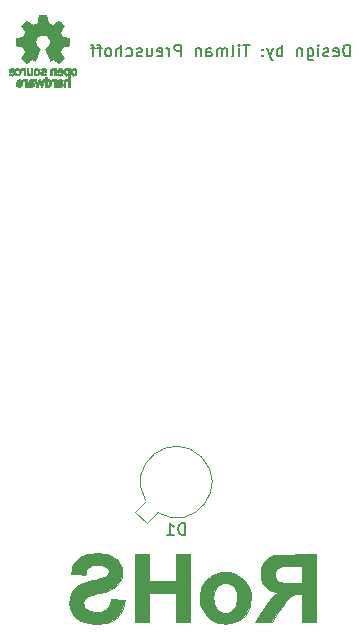
<source format=gbr>
G04 #@! TF.GenerationSoftware,KiCad,Pcbnew,(6.0.5)*
G04 #@! TF.CreationDate,2022-06-03T12:50:17+02:00*
G04 #@! TF.ProjectId,PDH_photodiode,5044485f-7068-46f7-946f-64696f64652e,1.3*
G04 #@! TF.SameCoordinates,Original*
G04 #@! TF.FileFunction,Legend,Bot*
G04 #@! TF.FilePolarity,Positive*
%FSLAX45Y45*%
G04 Gerber Fmt 4.5, Leading zero omitted, Abs format (unit mm)*
G04 Created by KiCad (PCBNEW (6.0.5)) date 2022-06-03 12:50:17*
%MOMM*%
%LPD*%
G01*
G04 APERTURE LIST*
%ADD10C,0.150000*%
%ADD11C,0.010000*%
%ADD12C,0.120000*%
G04 APERTURE END LIST*
D10*
X14575476Y-4320238D02*
X14575476Y-4220238D01*
X14551667Y-4220238D01*
X14537381Y-4225000D01*
X14527857Y-4234524D01*
X14523095Y-4244048D01*
X14518333Y-4263095D01*
X14518333Y-4277381D01*
X14523095Y-4296429D01*
X14527857Y-4305952D01*
X14537381Y-4315476D01*
X14551667Y-4320238D01*
X14575476Y-4320238D01*
X14437381Y-4315476D02*
X14446905Y-4320238D01*
X14465952Y-4320238D01*
X14475476Y-4315476D01*
X14480238Y-4305952D01*
X14480238Y-4267857D01*
X14475476Y-4258333D01*
X14465952Y-4253571D01*
X14446905Y-4253571D01*
X14437381Y-4258333D01*
X14432619Y-4267857D01*
X14432619Y-4277381D01*
X14480238Y-4286905D01*
X14394524Y-4315476D02*
X14385000Y-4320238D01*
X14365952Y-4320238D01*
X14356428Y-4315476D01*
X14351667Y-4305952D01*
X14351667Y-4301190D01*
X14356428Y-4291667D01*
X14365952Y-4286905D01*
X14380238Y-4286905D01*
X14389762Y-4282143D01*
X14394524Y-4272619D01*
X14394524Y-4267857D01*
X14389762Y-4258333D01*
X14380238Y-4253571D01*
X14365952Y-4253571D01*
X14356428Y-4258333D01*
X14308809Y-4320238D02*
X14308809Y-4253571D01*
X14308809Y-4220238D02*
X14313571Y-4225000D01*
X14308809Y-4229762D01*
X14304048Y-4225000D01*
X14308809Y-4220238D01*
X14308809Y-4229762D01*
X14218333Y-4253571D02*
X14218333Y-4334524D01*
X14223095Y-4344048D01*
X14227857Y-4348810D01*
X14237381Y-4353571D01*
X14251667Y-4353571D01*
X14261190Y-4348810D01*
X14218333Y-4315476D02*
X14227857Y-4320238D01*
X14246905Y-4320238D01*
X14256428Y-4315476D01*
X14261190Y-4310714D01*
X14265952Y-4301190D01*
X14265952Y-4272619D01*
X14261190Y-4263095D01*
X14256428Y-4258333D01*
X14246905Y-4253571D01*
X14227857Y-4253571D01*
X14218333Y-4258333D01*
X14170714Y-4253571D02*
X14170714Y-4320238D01*
X14170714Y-4263095D02*
X14165952Y-4258333D01*
X14156428Y-4253571D01*
X14142143Y-4253571D01*
X14132619Y-4258333D01*
X14127857Y-4267857D01*
X14127857Y-4320238D01*
X14004048Y-4320238D02*
X14004048Y-4220238D01*
X14004048Y-4258333D02*
X13994524Y-4253571D01*
X13975476Y-4253571D01*
X13965952Y-4258333D01*
X13961190Y-4263095D01*
X13956428Y-4272619D01*
X13956428Y-4301190D01*
X13961190Y-4310714D01*
X13965952Y-4315476D01*
X13975476Y-4320238D01*
X13994524Y-4320238D01*
X14004048Y-4315476D01*
X13923095Y-4253571D02*
X13899286Y-4320238D01*
X13875476Y-4253571D02*
X13899286Y-4320238D01*
X13908809Y-4344048D01*
X13913571Y-4348810D01*
X13923095Y-4353571D01*
X13837381Y-4310714D02*
X13832619Y-4315476D01*
X13837381Y-4320238D01*
X13842143Y-4315476D01*
X13837381Y-4310714D01*
X13837381Y-4320238D01*
X13837381Y-4258333D02*
X13832619Y-4263095D01*
X13837381Y-4267857D01*
X13842143Y-4263095D01*
X13837381Y-4258333D01*
X13837381Y-4267857D01*
X13727857Y-4220238D02*
X13670714Y-4220238D01*
X13699286Y-4320238D02*
X13699286Y-4220238D01*
X13637381Y-4320238D02*
X13637381Y-4253571D01*
X13637381Y-4220238D02*
X13642143Y-4225000D01*
X13637381Y-4229762D01*
X13632619Y-4225000D01*
X13637381Y-4220238D01*
X13637381Y-4229762D01*
X13575476Y-4320238D02*
X13585000Y-4315476D01*
X13589762Y-4305952D01*
X13589762Y-4220238D01*
X13537381Y-4320238D02*
X13537381Y-4253571D01*
X13537381Y-4263095D02*
X13532619Y-4258333D01*
X13523095Y-4253571D01*
X13508809Y-4253571D01*
X13499286Y-4258333D01*
X13494524Y-4267857D01*
X13494524Y-4320238D01*
X13494524Y-4267857D02*
X13489762Y-4258333D01*
X13480238Y-4253571D01*
X13465952Y-4253571D01*
X13456428Y-4258333D01*
X13451667Y-4267857D01*
X13451667Y-4320238D01*
X13361190Y-4320238D02*
X13361190Y-4267857D01*
X13365952Y-4258333D01*
X13375476Y-4253571D01*
X13394524Y-4253571D01*
X13404048Y-4258333D01*
X13361190Y-4315476D02*
X13370714Y-4320238D01*
X13394524Y-4320238D01*
X13404048Y-4315476D01*
X13408809Y-4305952D01*
X13408809Y-4296429D01*
X13404048Y-4286905D01*
X13394524Y-4282143D01*
X13370714Y-4282143D01*
X13361190Y-4277381D01*
X13313571Y-4253571D02*
X13313571Y-4320238D01*
X13313571Y-4263095D02*
X13308809Y-4258333D01*
X13299286Y-4253571D01*
X13285000Y-4253571D01*
X13275476Y-4258333D01*
X13270714Y-4267857D01*
X13270714Y-4320238D01*
X13146905Y-4320238D02*
X13146905Y-4220238D01*
X13108809Y-4220238D01*
X13099286Y-4225000D01*
X13094524Y-4229762D01*
X13089762Y-4239286D01*
X13089762Y-4253571D01*
X13094524Y-4263095D01*
X13099286Y-4267857D01*
X13108809Y-4272619D01*
X13146905Y-4272619D01*
X13046905Y-4320238D02*
X13046905Y-4253571D01*
X13046905Y-4272619D02*
X13042143Y-4263095D01*
X13037381Y-4258333D01*
X13027857Y-4253571D01*
X13018333Y-4253571D01*
X12946905Y-4315476D02*
X12956428Y-4320238D01*
X12975476Y-4320238D01*
X12985000Y-4315476D01*
X12989762Y-4305952D01*
X12989762Y-4267857D01*
X12985000Y-4258333D01*
X12975476Y-4253571D01*
X12956428Y-4253571D01*
X12946905Y-4258333D01*
X12942143Y-4267857D01*
X12942143Y-4277381D01*
X12989762Y-4286905D01*
X12856428Y-4253571D02*
X12856428Y-4320238D01*
X12899286Y-4253571D02*
X12899286Y-4305952D01*
X12894524Y-4315476D01*
X12885000Y-4320238D01*
X12870714Y-4320238D01*
X12861190Y-4315476D01*
X12856428Y-4310714D01*
X12813571Y-4315476D02*
X12804048Y-4320238D01*
X12785000Y-4320238D01*
X12775476Y-4315476D01*
X12770714Y-4305952D01*
X12770714Y-4301190D01*
X12775476Y-4291667D01*
X12785000Y-4286905D01*
X12799286Y-4286905D01*
X12808809Y-4282143D01*
X12813571Y-4272619D01*
X12813571Y-4267857D01*
X12808809Y-4258333D01*
X12799286Y-4253571D01*
X12785000Y-4253571D01*
X12775476Y-4258333D01*
X12685000Y-4315476D02*
X12694524Y-4320238D01*
X12713571Y-4320238D01*
X12723095Y-4315476D01*
X12727857Y-4310714D01*
X12732619Y-4301190D01*
X12732619Y-4272619D01*
X12727857Y-4263095D01*
X12723095Y-4258333D01*
X12713571Y-4253571D01*
X12694524Y-4253571D01*
X12685000Y-4258333D01*
X12642143Y-4320238D02*
X12642143Y-4220238D01*
X12599286Y-4320238D02*
X12599286Y-4267857D01*
X12604048Y-4258333D01*
X12613571Y-4253571D01*
X12627857Y-4253571D01*
X12637381Y-4258333D01*
X12642143Y-4263095D01*
X12537381Y-4320238D02*
X12546905Y-4315476D01*
X12551667Y-4310714D01*
X12556428Y-4301190D01*
X12556428Y-4272619D01*
X12551667Y-4263095D01*
X12546905Y-4258333D01*
X12537381Y-4253571D01*
X12523095Y-4253571D01*
X12513571Y-4258333D01*
X12508809Y-4263095D01*
X12504048Y-4272619D01*
X12504048Y-4301190D01*
X12508809Y-4310714D01*
X12513571Y-4315476D01*
X12523095Y-4320238D01*
X12537381Y-4320238D01*
X12475476Y-4253571D02*
X12437381Y-4253571D01*
X12461190Y-4320238D02*
X12461190Y-4234524D01*
X12456428Y-4225000D01*
X12446905Y-4220238D01*
X12437381Y-4220238D01*
X12418333Y-4253571D02*
X12380238Y-4253571D01*
X12404048Y-4320238D02*
X12404048Y-4234524D01*
X12399286Y-4225000D01*
X12389762Y-4220238D01*
X12380238Y-4220238D01*
X13179809Y-8372238D02*
X13179809Y-8272238D01*
X13156000Y-8272238D01*
X13141714Y-8277000D01*
X13132190Y-8286524D01*
X13127428Y-8296048D01*
X13122667Y-8315095D01*
X13122667Y-8329381D01*
X13127428Y-8348428D01*
X13132190Y-8357952D01*
X13141714Y-8367476D01*
X13156000Y-8372238D01*
X13179809Y-8372238D01*
X13027428Y-8372238D02*
X13084571Y-8372238D01*
X13056000Y-8372238D02*
X13056000Y-8272238D01*
X13065524Y-8286524D01*
X13075048Y-8296048D01*
X13084571Y-8300809D01*
G36*
X12877607Y-8763768D02*
G01*
X13102125Y-8763768D01*
X13102125Y-8536982D01*
X13220054Y-8536982D01*
X13220054Y-9113018D01*
X13102163Y-9113018D01*
X13101577Y-8987719D01*
X13100991Y-8862420D01*
X12989299Y-8861831D01*
X12877607Y-8861243D01*
X12877607Y-9113018D01*
X12759679Y-9113018D01*
X12759679Y-8536982D01*
X12877607Y-8536982D01*
X12877607Y-8763768D01*
G37*
D11*
X12877607Y-8763768D02*
X13102125Y-8763768D01*
X13102125Y-8536982D01*
X13220054Y-8536982D01*
X13220054Y-9113018D01*
X13102163Y-9113018D01*
X13101577Y-8987719D01*
X13100991Y-8862420D01*
X12989299Y-8861831D01*
X12877607Y-8861243D01*
X12877607Y-9113018D01*
X12759679Y-9113018D01*
X12759679Y-8536982D01*
X12877607Y-8536982D01*
X12877607Y-8763768D01*
G36*
X12451221Y-8528513D02*
G01*
X12461810Y-8528883D01*
X12482931Y-8530240D01*
X12501215Y-8532498D01*
X12517810Y-8535868D01*
X12533865Y-8540562D01*
X12550528Y-8546791D01*
X12561307Y-8551715D01*
X12581734Y-8564016D01*
X12600447Y-8579150D01*
X12616512Y-8596308D01*
X12628993Y-8614680D01*
X12636821Y-8630962D01*
X12644493Y-8655152D01*
X12648065Y-8679868D01*
X12647642Y-8704602D01*
X12643324Y-8728847D01*
X12635217Y-8752095D01*
X12623422Y-8773839D01*
X12608042Y-8793571D01*
X12589181Y-8810784D01*
X12574594Y-8820675D01*
X12552388Y-8832439D01*
X12525789Y-8843541D01*
X12494853Y-8853959D01*
X12459633Y-8863670D01*
X12442553Y-8867986D01*
X12419094Y-8874103D01*
X12399393Y-8879548D01*
X12383033Y-8884479D01*
X12369598Y-8889053D01*
X12358672Y-8893428D01*
X12349837Y-8897762D01*
X12342678Y-8902212D01*
X12336778Y-8906937D01*
X12331721Y-8912093D01*
X12323682Y-8923990D01*
X12319062Y-8937938D01*
X12318498Y-8952609D01*
X12321934Y-8967453D01*
X12329310Y-8981923D01*
X12340569Y-8995470D01*
X12346213Y-9000544D01*
X12362315Y-9011127D01*
X12381267Y-9018599D01*
X12403282Y-9023031D01*
X12428571Y-9024493D01*
X12441021Y-9024121D01*
X12465507Y-9020862D01*
X12487121Y-9014287D01*
X12505758Y-9004448D01*
X12521312Y-8991392D01*
X12533676Y-8975170D01*
X12535815Y-8971377D01*
X12541250Y-8960001D01*
X12546617Y-8946763D01*
X12551210Y-8933475D01*
X12554326Y-8921951D01*
X12554400Y-8921593D01*
X12554833Y-8919468D01*
X12555523Y-8917873D01*
X12557001Y-8916793D01*
X12559801Y-8916214D01*
X12564456Y-8916119D01*
X12571497Y-8916493D01*
X12581458Y-8917321D01*
X12594870Y-8918588D01*
X12612268Y-8920278D01*
X12615281Y-8920568D01*
X12629447Y-8921907D01*
X12642190Y-8923064D01*
X12652737Y-8923975D01*
X12660316Y-8924570D01*
X12664155Y-8924784D01*
X12664307Y-8924784D01*
X12667237Y-8925067D01*
X12668624Y-8926616D01*
X12668791Y-8930510D01*
X12668059Y-8937826D01*
X12667358Y-8943260D01*
X12662062Y-8968773D01*
X12653737Y-8994129D01*
X12642843Y-9018275D01*
X12629842Y-9040153D01*
X12615196Y-9058708D01*
X12609217Y-9064894D01*
X12589740Y-9081670D01*
X12568054Y-9095449D01*
X12543712Y-9106445D01*
X12516266Y-9114874D01*
X12485268Y-9120950D01*
X12476838Y-9122006D01*
X12459659Y-9123305D01*
X12440239Y-9123950D01*
X12419998Y-9123931D01*
X12400357Y-9123233D01*
X12382736Y-9121845D01*
X12361386Y-9118842D01*
X12330844Y-9111765D01*
X12303241Y-9101791D01*
X12278787Y-9089017D01*
X12257693Y-9073541D01*
X12240170Y-9055461D01*
X12233537Y-9046621D01*
X12222089Y-9028021D01*
X12212692Y-9008272D01*
X12206250Y-8989140D01*
X12205216Y-8984531D01*
X12203143Y-8970143D01*
X12201974Y-8953467D01*
X12201745Y-8936069D01*
X12202495Y-8919511D01*
X12204259Y-8905359D01*
X12205460Y-8899607D01*
X12211748Y-8879280D01*
X12220749Y-8859547D01*
X12231635Y-8842317D01*
X12241197Y-8830687D01*
X12252817Y-8819117D01*
X12265990Y-8808638D01*
X12281140Y-8799036D01*
X12298689Y-8790098D01*
X12319062Y-8781610D01*
X12342682Y-8773358D01*
X12369973Y-8765130D01*
X12401357Y-8756710D01*
X12420034Y-8751880D01*
X12442269Y-8745919D01*
X12460838Y-8740621D01*
X12476187Y-8735825D01*
X12488762Y-8731368D01*
X12499011Y-8727090D01*
X12507379Y-8722829D01*
X12514313Y-8718423D01*
X12520259Y-8713712D01*
X12522964Y-8711133D01*
X12528503Y-8704611D01*
X12532097Y-8698675D01*
X12532100Y-8698669D01*
X12534331Y-8690026D01*
X12535047Y-8679746D01*
X12534255Y-8669803D01*
X12531961Y-8662169D01*
X12530165Y-8659125D01*
X12521374Y-8649318D01*
X12508967Y-8640686D01*
X12493617Y-8633634D01*
X12475997Y-8628567D01*
X12475118Y-8628387D01*
X12463009Y-8626763D01*
X12448447Y-8625999D01*
X12432819Y-8626060D01*
X12417514Y-8626906D01*
X12403918Y-8628500D01*
X12393420Y-8630804D01*
X12384680Y-8634056D01*
X12368713Y-8643405D01*
X12355626Y-8656198D01*
X12345541Y-8672300D01*
X12338582Y-8691573D01*
X12334455Y-8707610D01*
X12282295Y-8705763D01*
X12274599Y-8705491D01*
X12259789Y-8704976D01*
X12246542Y-8704523D01*
X12235601Y-8704159D01*
X12227708Y-8703907D01*
X12223605Y-8703793D01*
X12217076Y-8703670D01*
X12218433Y-8686067D01*
X12219930Y-8674860D01*
X12222800Y-8661336D01*
X12226467Y-8648536D01*
X12235139Y-8627025D01*
X12248567Y-8603944D01*
X12265263Y-8583995D01*
X12285269Y-8567131D01*
X12308629Y-8553302D01*
X12312944Y-8551223D01*
X12332517Y-8542971D01*
X12352400Y-8536694D01*
X12373404Y-8532250D01*
X12396337Y-8529499D01*
X12422006Y-8528300D01*
X12451221Y-8528513D01*
G37*
X12451221Y-8528513D02*
X12461810Y-8528883D01*
X12482931Y-8530240D01*
X12501215Y-8532498D01*
X12517810Y-8535868D01*
X12533865Y-8540562D01*
X12550528Y-8546791D01*
X12561307Y-8551715D01*
X12581734Y-8564016D01*
X12600447Y-8579150D01*
X12616512Y-8596308D01*
X12628993Y-8614680D01*
X12636821Y-8630962D01*
X12644493Y-8655152D01*
X12648065Y-8679868D01*
X12647642Y-8704602D01*
X12643324Y-8728847D01*
X12635217Y-8752095D01*
X12623422Y-8773839D01*
X12608042Y-8793571D01*
X12589181Y-8810784D01*
X12574594Y-8820675D01*
X12552388Y-8832439D01*
X12525789Y-8843541D01*
X12494853Y-8853959D01*
X12459633Y-8863670D01*
X12442553Y-8867986D01*
X12419094Y-8874103D01*
X12399393Y-8879548D01*
X12383033Y-8884479D01*
X12369598Y-8889053D01*
X12358672Y-8893428D01*
X12349837Y-8897762D01*
X12342678Y-8902212D01*
X12336778Y-8906937D01*
X12331721Y-8912093D01*
X12323682Y-8923990D01*
X12319062Y-8937938D01*
X12318498Y-8952609D01*
X12321934Y-8967453D01*
X12329310Y-8981923D01*
X12340569Y-8995470D01*
X12346213Y-9000544D01*
X12362315Y-9011127D01*
X12381267Y-9018599D01*
X12403282Y-9023031D01*
X12428571Y-9024493D01*
X12441021Y-9024121D01*
X12465507Y-9020862D01*
X12487121Y-9014287D01*
X12505758Y-9004448D01*
X12521312Y-8991392D01*
X12533676Y-8975170D01*
X12535815Y-8971377D01*
X12541250Y-8960001D01*
X12546617Y-8946763D01*
X12551210Y-8933475D01*
X12554326Y-8921951D01*
X12554400Y-8921593D01*
X12554833Y-8919468D01*
X12555523Y-8917873D01*
X12557001Y-8916793D01*
X12559801Y-8916214D01*
X12564456Y-8916119D01*
X12571497Y-8916493D01*
X12581458Y-8917321D01*
X12594870Y-8918588D01*
X12612268Y-8920278D01*
X12615281Y-8920568D01*
X12629447Y-8921907D01*
X12642190Y-8923064D01*
X12652737Y-8923975D01*
X12660316Y-8924570D01*
X12664155Y-8924784D01*
X12664307Y-8924784D01*
X12667237Y-8925067D01*
X12668624Y-8926616D01*
X12668791Y-8930510D01*
X12668059Y-8937826D01*
X12667358Y-8943260D01*
X12662062Y-8968773D01*
X12653737Y-8994129D01*
X12642843Y-9018275D01*
X12629842Y-9040153D01*
X12615196Y-9058708D01*
X12609217Y-9064894D01*
X12589740Y-9081670D01*
X12568054Y-9095449D01*
X12543712Y-9106445D01*
X12516266Y-9114874D01*
X12485268Y-9120950D01*
X12476838Y-9122006D01*
X12459659Y-9123305D01*
X12440239Y-9123950D01*
X12419998Y-9123931D01*
X12400357Y-9123233D01*
X12382736Y-9121845D01*
X12361386Y-9118842D01*
X12330844Y-9111765D01*
X12303241Y-9101791D01*
X12278787Y-9089017D01*
X12257693Y-9073541D01*
X12240170Y-9055461D01*
X12233537Y-9046621D01*
X12222089Y-9028021D01*
X12212692Y-9008272D01*
X12206250Y-8989140D01*
X12205216Y-8984531D01*
X12203143Y-8970143D01*
X12201974Y-8953467D01*
X12201745Y-8936069D01*
X12202495Y-8919511D01*
X12204259Y-8905359D01*
X12205460Y-8899607D01*
X12211748Y-8879280D01*
X12220749Y-8859547D01*
X12231635Y-8842317D01*
X12241197Y-8830687D01*
X12252817Y-8819117D01*
X12265990Y-8808638D01*
X12281140Y-8799036D01*
X12298689Y-8790098D01*
X12319062Y-8781610D01*
X12342682Y-8773358D01*
X12369973Y-8765130D01*
X12401357Y-8756710D01*
X12420034Y-8751880D01*
X12442269Y-8745919D01*
X12460838Y-8740621D01*
X12476187Y-8735825D01*
X12488762Y-8731368D01*
X12499011Y-8727090D01*
X12507379Y-8722829D01*
X12514313Y-8718423D01*
X12520259Y-8713712D01*
X12522964Y-8711133D01*
X12528503Y-8704611D01*
X12532097Y-8698675D01*
X12532100Y-8698669D01*
X12534331Y-8690026D01*
X12535047Y-8679746D01*
X12534255Y-8669803D01*
X12531961Y-8662169D01*
X12530165Y-8659125D01*
X12521374Y-8649318D01*
X12508967Y-8640686D01*
X12493617Y-8633634D01*
X12475997Y-8628567D01*
X12475118Y-8628387D01*
X12463009Y-8626763D01*
X12448447Y-8625999D01*
X12432819Y-8626060D01*
X12417514Y-8626906D01*
X12403918Y-8628500D01*
X12393420Y-8630804D01*
X12384680Y-8634056D01*
X12368713Y-8643405D01*
X12355626Y-8656198D01*
X12345541Y-8672300D01*
X12338582Y-8691573D01*
X12334455Y-8707610D01*
X12282295Y-8705763D01*
X12274599Y-8705491D01*
X12259789Y-8704976D01*
X12246542Y-8704523D01*
X12235601Y-8704159D01*
X12227708Y-8703907D01*
X12223605Y-8703793D01*
X12217076Y-8703670D01*
X12218433Y-8686067D01*
X12219930Y-8674860D01*
X12222800Y-8661336D01*
X12226467Y-8648536D01*
X12235139Y-8627025D01*
X12248567Y-8603944D01*
X12265263Y-8583995D01*
X12285269Y-8567131D01*
X12308629Y-8553302D01*
X12312944Y-8551223D01*
X12332517Y-8542971D01*
X12352400Y-8536694D01*
X12373404Y-8532250D01*
X12396337Y-8529499D01*
X12422006Y-8528300D01*
X12451221Y-8528513D01*
G36*
X13734611Y-8939527D02*
G01*
X13733220Y-8949344D01*
X13726448Y-8979442D01*
X13716269Y-9007276D01*
X13702856Y-9032504D01*
X13686380Y-9054784D01*
X13667014Y-9073775D01*
X13661865Y-9077842D01*
X13642500Y-9090469D01*
X13620248Y-9101643D01*
X13596318Y-9110878D01*
X13571915Y-9117690D01*
X13548246Y-9121591D01*
X13535475Y-9122344D01*
X13519282Y-9122331D01*
X13502125Y-9121534D01*
X13485374Y-9120047D01*
X13470399Y-9117966D01*
X13458572Y-9115385D01*
X13439653Y-9109099D01*
X13414089Y-9097165D01*
X13390629Y-9081650D01*
X13368496Y-9062094D01*
X13365500Y-9059047D01*
X13345982Y-9036019D01*
X13330477Y-9011385D01*
X13318903Y-8984913D01*
X13311173Y-8956369D01*
X13307205Y-8925522D01*
X13307079Y-8911030D01*
X13420881Y-8911030D01*
X13422759Y-8932414D01*
X13426755Y-8952833D01*
X13432670Y-8971183D01*
X13440304Y-8986362D01*
X13444638Y-8992514D01*
X13456028Y-9005122D01*
X13469201Y-9016097D01*
X13482630Y-9024079D01*
X13483749Y-9024590D01*
X13490849Y-9027399D01*
X13497968Y-9029166D01*
X13506609Y-9030172D01*
X13518277Y-9030695D01*
X13527187Y-9030800D01*
X13540180Y-9030073D01*
X13550960Y-9027888D01*
X13560949Y-9023902D01*
X13571569Y-9017770D01*
X13584338Y-9008214D01*
X13598172Y-8993364D01*
X13608778Y-8975723D01*
X13616231Y-8955124D01*
X13620607Y-8931397D01*
X13621980Y-8904375D01*
X13621969Y-8902698D01*
X13620545Y-8877569D01*
X13616636Y-8855804D01*
X13610067Y-8836886D01*
X13600662Y-8820299D01*
X13588243Y-8805528D01*
X13580107Y-8798230D01*
X13563396Y-8787536D01*
X13545301Y-8780752D01*
X13526417Y-8777879D01*
X13507339Y-8778916D01*
X13488665Y-8783865D01*
X13470990Y-8792725D01*
X13454910Y-8805496D01*
X13449271Y-8811445D01*
X13438981Y-8825646D01*
X13431159Y-8842124D01*
X13425533Y-8861529D01*
X13421831Y-8884509D01*
X13421322Y-8889784D01*
X13420881Y-8911030D01*
X13307079Y-8911030D01*
X13306914Y-8892139D01*
X13308625Y-8869560D01*
X13312333Y-8846796D01*
X13318197Y-8825860D01*
X13326506Y-8805468D01*
X13340803Y-8779825D01*
X13358990Y-8756047D01*
X13380333Y-8735321D01*
X13404531Y-8717898D01*
X13431287Y-8704025D01*
X13460302Y-8693952D01*
X13461701Y-8693577D01*
X13470090Y-8691485D01*
X13477706Y-8689995D01*
X13485612Y-8689006D01*
X13494868Y-8688415D01*
X13506537Y-8688118D01*
X13521679Y-8688014D01*
X13528823Y-8688005D01*
X13542013Y-8688095D01*
X13552192Y-8688419D01*
X13560412Y-8689082D01*
X13567726Y-8690186D01*
X13575187Y-8691837D01*
X13583848Y-8694137D01*
X13596829Y-8698160D01*
X13624027Y-8709589D01*
X13648831Y-8724264D01*
X13670536Y-8741797D01*
X13688420Y-8760907D01*
X13705897Y-8785570D01*
X13719533Y-8812493D01*
X13729275Y-8841513D01*
X13735071Y-8872467D01*
X13736822Y-8904375D01*
X13736867Y-8905193D01*
X13734611Y-8939527D01*
G37*
X13734611Y-8939527D02*
X13733220Y-8949344D01*
X13726448Y-8979442D01*
X13716269Y-9007276D01*
X13702856Y-9032504D01*
X13686380Y-9054784D01*
X13667014Y-9073775D01*
X13661865Y-9077842D01*
X13642500Y-9090469D01*
X13620248Y-9101643D01*
X13596318Y-9110878D01*
X13571915Y-9117690D01*
X13548246Y-9121591D01*
X13535475Y-9122344D01*
X13519282Y-9122331D01*
X13502125Y-9121534D01*
X13485374Y-9120047D01*
X13470399Y-9117966D01*
X13458572Y-9115385D01*
X13439653Y-9109099D01*
X13414089Y-9097165D01*
X13390629Y-9081650D01*
X13368496Y-9062094D01*
X13365500Y-9059047D01*
X13345982Y-9036019D01*
X13330477Y-9011385D01*
X13318903Y-8984913D01*
X13311173Y-8956369D01*
X13307205Y-8925522D01*
X13307079Y-8911030D01*
X13420881Y-8911030D01*
X13422759Y-8932414D01*
X13426755Y-8952833D01*
X13432670Y-8971183D01*
X13440304Y-8986362D01*
X13444638Y-8992514D01*
X13456028Y-9005122D01*
X13469201Y-9016097D01*
X13482630Y-9024079D01*
X13483749Y-9024590D01*
X13490849Y-9027399D01*
X13497968Y-9029166D01*
X13506609Y-9030172D01*
X13518277Y-9030695D01*
X13527187Y-9030800D01*
X13540180Y-9030073D01*
X13550960Y-9027888D01*
X13560949Y-9023902D01*
X13571569Y-9017770D01*
X13584338Y-9008214D01*
X13598172Y-8993364D01*
X13608778Y-8975723D01*
X13616231Y-8955124D01*
X13620607Y-8931397D01*
X13621980Y-8904375D01*
X13621969Y-8902698D01*
X13620545Y-8877569D01*
X13616636Y-8855804D01*
X13610067Y-8836886D01*
X13600662Y-8820299D01*
X13588243Y-8805528D01*
X13580107Y-8798230D01*
X13563396Y-8787536D01*
X13545301Y-8780752D01*
X13526417Y-8777879D01*
X13507339Y-8778916D01*
X13488665Y-8783865D01*
X13470990Y-8792725D01*
X13454910Y-8805496D01*
X13449271Y-8811445D01*
X13438981Y-8825646D01*
X13431159Y-8842124D01*
X13425533Y-8861529D01*
X13421831Y-8884509D01*
X13421322Y-8889784D01*
X13420881Y-8911030D01*
X13307079Y-8911030D01*
X13306914Y-8892139D01*
X13308625Y-8869560D01*
X13312333Y-8846796D01*
X13318197Y-8825860D01*
X13326506Y-8805468D01*
X13340803Y-8779825D01*
X13358990Y-8756047D01*
X13380333Y-8735321D01*
X13404531Y-8717898D01*
X13431287Y-8704025D01*
X13460302Y-8693952D01*
X13461701Y-8693577D01*
X13470090Y-8691485D01*
X13477706Y-8689995D01*
X13485612Y-8689006D01*
X13494868Y-8688415D01*
X13506537Y-8688118D01*
X13521679Y-8688014D01*
X13528823Y-8688005D01*
X13542013Y-8688095D01*
X13552192Y-8688419D01*
X13560412Y-8689082D01*
X13567726Y-8690186D01*
X13575187Y-8691837D01*
X13583848Y-8694137D01*
X13596829Y-8698160D01*
X13624027Y-8709589D01*
X13648831Y-8724264D01*
X13670536Y-8741797D01*
X13688420Y-8760907D01*
X13705897Y-8785570D01*
X13719533Y-8812493D01*
X13729275Y-8841513D01*
X13735071Y-8872467D01*
X13736822Y-8904375D01*
X13736867Y-8905193D01*
X13734611Y-8939527D01*
G36*
X14172594Y-9113018D02*
G01*
X14171420Y-8873759D01*
X14142940Y-8874083D01*
X14128874Y-8874500D01*
X14110126Y-8876297D01*
X14094400Y-8879832D01*
X14080857Y-8885489D01*
X14068661Y-8893652D01*
X14056973Y-8904706D01*
X14044956Y-8919034D01*
X14042172Y-8922747D01*
X14036096Y-8931190D01*
X14028090Y-8942584D01*
X14018497Y-8956427D01*
X14007663Y-8972219D01*
X13995932Y-8989457D01*
X13983648Y-9007642D01*
X13971158Y-9026272D01*
X13913227Y-9113018D01*
X13843319Y-9113018D01*
X13835366Y-9113011D01*
X13818714Y-9112949D01*
X13803863Y-9112831D01*
X13791360Y-9112664D01*
X13781753Y-9112456D01*
X13775587Y-9112216D01*
X13773411Y-9111953D01*
X13773417Y-9111910D01*
X13774750Y-9109343D01*
X13778212Y-9103466D01*
X13783506Y-9094754D01*
X13790330Y-9083681D01*
X13798385Y-9070722D01*
X13807372Y-9056352D01*
X13816992Y-9041044D01*
X13826945Y-9025274D01*
X13836932Y-9009516D01*
X13846652Y-8994244D01*
X13855807Y-8979934D01*
X13864098Y-8967059D01*
X13871224Y-8956095D01*
X13876886Y-8947515D01*
X13880785Y-8941795D01*
X13883070Y-8938608D01*
X13898509Y-8919131D01*
X13915500Y-8900744D01*
X13933005Y-8884500D01*
X13949986Y-8871458D01*
X13966677Y-8860152D01*
X13959057Y-8858187D01*
X13945474Y-8854559D01*
X13926319Y-8848793D01*
X13910381Y-8842917D01*
X13896858Y-8836534D01*
X13884950Y-8829246D01*
X13873858Y-8820656D01*
X13862779Y-8810365D01*
X13854522Y-8801651D01*
X13841364Y-8784568D01*
X13831622Y-8766510D01*
X13825014Y-8746743D01*
X13821256Y-8724529D01*
X13820446Y-8707245D01*
X13940608Y-8707245D01*
X13942481Y-8725763D01*
X13948016Y-8741764D01*
X13957303Y-8755515D01*
X13958659Y-8757002D01*
X13967714Y-8764638D01*
X13978959Y-8770370D01*
X13993138Y-8774502D01*
X14010997Y-8777335D01*
X14012694Y-8777507D01*
X14021205Y-8778069D01*
X14033265Y-8778574D01*
X14048107Y-8779001D01*
X14064968Y-8779331D01*
X14083082Y-8779545D01*
X14101683Y-8779624D01*
X14172554Y-8779643D01*
X14172554Y-8636768D01*
X14086787Y-8636768D01*
X14073128Y-8636776D01*
X14052632Y-8636839D01*
X14035929Y-8636977D01*
X14022546Y-8637208D01*
X14012012Y-8637549D01*
X14003855Y-8638017D01*
X13997602Y-8638631D01*
X13992781Y-8639406D01*
X13988921Y-8640361D01*
X13985938Y-8641297D01*
X13969720Y-8648652D01*
X13957089Y-8658779D01*
X13948034Y-8671692D01*
X13942545Y-8687407D01*
X13940611Y-8705938D01*
X13940608Y-8707245D01*
X13820446Y-8707245D01*
X13820066Y-8699134D01*
X13820070Y-8697127D01*
X13820592Y-8679286D01*
X13822222Y-8664265D01*
X13825287Y-8650562D01*
X13830113Y-8636674D01*
X13837027Y-8621100D01*
X13837308Y-8620512D01*
X13842545Y-8610481D01*
X13848159Y-8601938D01*
X13855211Y-8593451D01*
X13864760Y-8583583D01*
X13867283Y-8581120D01*
X13879180Y-8570587D01*
X13891103Y-8562163D01*
X13903957Y-8555436D01*
X13918641Y-8549994D01*
X13936057Y-8545422D01*
X13957107Y-8541310D01*
X13958189Y-8541151D01*
X13965098Y-8540576D01*
X13976413Y-8540038D01*
X13992034Y-8539539D01*
X14011858Y-8539081D01*
X14035785Y-8538667D01*
X14063713Y-8538298D01*
X14095540Y-8537977D01*
X14131165Y-8537705D01*
X14290482Y-8536658D01*
X14290482Y-9113018D01*
X14172594Y-9113018D01*
G37*
X14172594Y-9113018D02*
X14171420Y-8873759D01*
X14142940Y-8874083D01*
X14128874Y-8874500D01*
X14110126Y-8876297D01*
X14094400Y-8879832D01*
X14080857Y-8885489D01*
X14068661Y-8893652D01*
X14056973Y-8904706D01*
X14044956Y-8919034D01*
X14042172Y-8922747D01*
X14036096Y-8931190D01*
X14028090Y-8942584D01*
X14018497Y-8956427D01*
X14007663Y-8972219D01*
X13995932Y-8989457D01*
X13983648Y-9007642D01*
X13971158Y-9026272D01*
X13913227Y-9113018D01*
X13843319Y-9113018D01*
X13835366Y-9113011D01*
X13818714Y-9112949D01*
X13803863Y-9112831D01*
X13791360Y-9112664D01*
X13781753Y-9112456D01*
X13775587Y-9112216D01*
X13773411Y-9111953D01*
X13773417Y-9111910D01*
X13774750Y-9109343D01*
X13778212Y-9103466D01*
X13783506Y-9094754D01*
X13790330Y-9083681D01*
X13798385Y-9070722D01*
X13807372Y-9056352D01*
X13816992Y-9041044D01*
X13826945Y-9025274D01*
X13836932Y-9009516D01*
X13846652Y-8994244D01*
X13855807Y-8979934D01*
X13864098Y-8967059D01*
X13871224Y-8956095D01*
X13876886Y-8947515D01*
X13880785Y-8941795D01*
X13883070Y-8938608D01*
X13898509Y-8919131D01*
X13915500Y-8900744D01*
X13933005Y-8884500D01*
X13949986Y-8871458D01*
X13966677Y-8860152D01*
X13959057Y-8858187D01*
X13945474Y-8854559D01*
X13926319Y-8848793D01*
X13910381Y-8842917D01*
X13896858Y-8836534D01*
X13884950Y-8829246D01*
X13873858Y-8820656D01*
X13862779Y-8810365D01*
X13854522Y-8801651D01*
X13841364Y-8784568D01*
X13831622Y-8766510D01*
X13825014Y-8746743D01*
X13821256Y-8724529D01*
X13820446Y-8707245D01*
X13940608Y-8707245D01*
X13942481Y-8725763D01*
X13948016Y-8741764D01*
X13957303Y-8755515D01*
X13958659Y-8757002D01*
X13967714Y-8764638D01*
X13978959Y-8770370D01*
X13993138Y-8774502D01*
X14010997Y-8777335D01*
X14012694Y-8777507D01*
X14021205Y-8778069D01*
X14033265Y-8778574D01*
X14048107Y-8779001D01*
X14064968Y-8779331D01*
X14083082Y-8779545D01*
X14101683Y-8779624D01*
X14172554Y-8779643D01*
X14172554Y-8636768D01*
X14086787Y-8636768D01*
X14073128Y-8636776D01*
X14052632Y-8636839D01*
X14035929Y-8636977D01*
X14022546Y-8637208D01*
X14012012Y-8637549D01*
X14003855Y-8638017D01*
X13997602Y-8638631D01*
X13992781Y-8639406D01*
X13988921Y-8640361D01*
X13985938Y-8641297D01*
X13969720Y-8648652D01*
X13957089Y-8658779D01*
X13948034Y-8671692D01*
X13942545Y-8687407D01*
X13940611Y-8705938D01*
X13940608Y-8707245D01*
X13820446Y-8707245D01*
X13820066Y-8699134D01*
X13820070Y-8697127D01*
X13820592Y-8679286D01*
X13822222Y-8664265D01*
X13825287Y-8650562D01*
X13830113Y-8636674D01*
X13837027Y-8621100D01*
X13837308Y-8620512D01*
X13842545Y-8610481D01*
X13848159Y-8601938D01*
X13855211Y-8593451D01*
X13864760Y-8583583D01*
X13867283Y-8581120D01*
X13879180Y-8570587D01*
X13891103Y-8562163D01*
X13903957Y-8555436D01*
X13918641Y-8549994D01*
X13936057Y-8545422D01*
X13957107Y-8541310D01*
X13958189Y-8541151D01*
X13965098Y-8540576D01*
X13976413Y-8540038D01*
X13992034Y-8539539D01*
X14011858Y-8539081D01*
X14035785Y-8538667D01*
X14063713Y-8538298D01*
X14095540Y-8537977D01*
X14131165Y-8537705D01*
X14290482Y-8536658D01*
X14290482Y-9113018D01*
X14172594Y-9113018D01*
G36*
X12146142Y-4452294D02*
G01*
X12146032Y-4456137D01*
X12144793Y-4464537D01*
X12142061Y-4471160D01*
X12137694Y-4476278D01*
X12131549Y-4480166D01*
X12125589Y-4481981D01*
X12118111Y-4482328D01*
X12110566Y-4480993D01*
X12103837Y-4478043D01*
X12101343Y-4476401D01*
X12098595Y-4474297D01*
X12097341Y-4472913D01*
X12097412Y-4472342D01*
X12098816Y-4470396D01*
X12101453Y-4468038D01*
X12106024Y-4464551D01*
X12111380Y-4467226D01*
X12112828Y-4467888D01*
X12117092Y-4469327D01*
X12120665Y-4469901D01*
X12123300Y-4469428D01*
X12127435Y-4467151D01*
X12130910Y-4463617D01*
X12132898Y-4459527D01*
X12133708Y-4456069D01*
X12095713Y-4456069D01*
X12095720Y-4449468D01*
X12095777Y-4447376D01*
X12096197Y-4442886D01*
X12109544Y-4442886D01*
X12109569Y-4443143D01*
X12110260Y-4443944D01*
X12112214Y-4444436D01*
X12115847Y-4444684D01*
X12121575Y-4444753D01*
X12123457Y-4444752D01*
X12128347Y-4444707D01*
X12131286Y-4444511D01*
X12132711Y-4444056D01*
X12133058Y-4443230D01*
X12132762Y-4441923D01*
X12132717Y-4441775D01*
X12130170Y-4437229D01*
X12126154Y-4434098D01*
X12121365Y-4432933D01*
X12119595Y-4433026D01*
X12116309Y-4434141D01*
X12113157Y-4436976D01*
X12112308Y-4437979D01*
X12110334Y-4440842D01*
X12109544Y-4442886D01*
X12096197Y-4442886D01*
X12096251Y-4442309D01*
X12097046Y-4438117D01*
X12097917Y-4435770D01*
X12100979Y-4430665D01*
X12105080Y-4426028D01*
X12109417Y-4422851D01*
X12110670Y-4422261D01*
X12117966Y-4420305D01*
X12125417Y-4420511D01*
X12132422Y-4422793D01*
X12138381Y-4427064D01*
X12141604Y-4431003D01*
X12144239Y-4436551D01*
X12145648Y-4443230D01*
X12145702Y-4443486D01*
X12146142Y-4452294D01*
G37*
X12146142Y-4452294D02*
X12146032Y-4456137D01*
X12144793Y-4464537D01*
X12142061Y-4471160D01*
X12137694Y-4476278D01*
X12131549Y-4480166D01*
X12125589Y-4481981D01*
X12118111Y-4482328D01*
X12110566Y-4480993D01*
X12103837Y-4478043D01*
X12101343Y-4476401D01*
X12098595Y-4474297D01*
X12097341Y-4472913D01*
X12097412Y-4472342D01*
X12098816Y-4470396D01*
X12101453Y-4468038D01*
X12106024Y-4464551D01*
X12111380Y-4467226D01*
X12112828Y-4467888D01*
X12117092Y-4469327D01*
X12120665Y-4469901D01*
X12123300Y-4469428D01*
X12127435Y-4467151D01*
X12130910Y-4463617D01*
X12132898Y-4459527D01*
X12133708Y-4456069D01*
X12095713Y-4456069D01*
X12095720Y-4449468D01*
X12095777Y-4447376D01*
X12096197Y-4442886D01*
X12109544Y-4442886D01*
X12109569Y-4443143D01*
X12110260Y-4443944D01*
X12112214Y-4444436D01*
X12115847Y-4444684D01*
X12121575Y-4444753D01*
X12123457Y-4444752D01*
X12128347Y-4444707D01*
X12131286Y-4444511D01*
X12132711Y-4444056D01*
X12133058Y-4443230D01*
X12132762Y-4441923D01*
X12132717Y-4441775D01*
X12130170Y-4437229D01*
X12126154Y-4434098D01*
X12121365Y-4432933D01*
X12119595Y-4433026D01*
X12116309Y-4434141D01*
X12113157Y-4436976D01*
X12112308Y-4437979D01*
X12110334Y-4440842D01*
X12109544Y-4442886D01*
X12096197Y-4442886D01*
X12096251Y-4442309D01*
X12097046Y-4438117D01*
X12097917Y-4435770D01*
X12100979Y-4430665D01*
X12105080Y-4426028D01*
X12109417Y-4422851D01*
X12110670Y-4422261D01*
X12117966Y-4420305D01*
X12125417Y-4420511D01*
X12132422Y-4422793D01*
X12138381Y-4427064D01*
X12141604Y-4431003D01*
X12144239Y-4436551D01*
X12145648Y-4443230D01*
X12145702Y-4443486D01*
X12146142Y-4452294D01*
G36*
X11736782Y-4456612D02*
G01*
X11736761Y-4456801D01*
X11734953Y-4465633D01*
X11731687Y-4472499D01*
X11726860Y-4477551D01*
X11720371Y-4480939D01*
X11719180Y-4481327D01*
X11711797Y-4482469D01*
X11704161Y-4481832D01*
X11697063Y-4479556D01*
X11691290Y-4475782D01*
X11686967Y-4471787D01*
X11691562Y-4468153D01*
X11696158Y-4464519D01*
X11701697Y-4467210D01*
X11708106Y-4469391D01*
X11713763Y-4469456D01*
X11718392Y-4467453D01*
X11721723Y-4463432D01*
X11722917Y-4461022D01*
X11723584Y-4458963D01*
X11723198Y-4457572D01*
X11721467Y-4456718D01*
X11718100Y-4456270D01*
X11712802Y-4456098D01*
X11705282Y-4456069D01*
X11687049Y-4456069D01*
X11687049Y-4447349D01*
X11687186Y-4443521D01*
X11700023Y-4443521D01*
X11700640Y-4444225D01*
X11702465Y-4444592D01*
X11705935Y-4444731D01*
X11711485Y-4444753D01*
X11714460Y-4444718D01*
X11719156Y-4444487D01*
X11722342Y-4444082D01*
X11723515Y-4443554D01*
X11723215Y-4441606D01*
X11721099Y-4437879D01*
X11717573Y-4434816D01*
X11713370Y-4432967D01*
X11709222Y-4432877D01*
X11706100Y-4434360D01*
X11702562Y-4437736D01*
X11700312Y-4441923D01*
X11700180Y-4442369D01*
X11700023Y-4443521D01*
X11687186Y-4443521D01*
X11687214Y-4442737D01*
X11687695Y-4438174D01*
X11688384Y-4435089D01*
X11688886Y-4433912D01*
X11692539Y-4428667D01*
X11697817Y-4424292D01*
X11703990Y-4421428D01*
X11707210Y-4420646D01*
X11714882Y-4420290D01*
X11721718Y-4422101D01*
X11727530Y-4425878D01*
X11732130Y-4431419D01*
X11735331Y-4438523D01*
X11736290Y-4443554D01*
X11736944Y-4446988D01*
X11736782Y-4456612D01*
G37*
X11736782Y-4456612D02*
X11736761Y-4456801D01*
X11734953Y-4465633D01*
X11731687Y-4472499D01*
X11726860Y-4477551D01*
X11720371Y-4480939D01*
X11719180Y-4481327D01*
X11711797Y-4482469D01*
X11704161Y-4481832D01*
X11697063Y-4479556D01*
X11691290Y-4475782D01*
X11686967Y-4471787D01*
X11691562Y-4468153D01*
X11696158Y-4464519D01*
X11701697Y-4467210D01*
X11708106Y-4469391D01*
X11713763Y-4469456D01*
X11718392Y-4467453D01*
X11721723Y-4463432D01*
X11722917Y-4461022D01*
X11723584Y-4458963D01*
X11723198Y-4457572D01*
X11721467Y-4456718D01*
X11718100Y-4456270D01*
X11712802Y-4456098D01*
X11705282Y-4456069D01*
X11687049Y-4456069D01*
X11687049Y-4447349D01*
X11687186Y-4443521D01*
X11700023Y-4443521D01*
X11700640Y-4444225D01*
X11702465Y-4444592D01*
X11705935Y-4444731D01*
X11711485Y-4444753D01*
X11714460Y-4444718D01*
X11719156Y-4444487D01*
X11722342Y-4444082D01*
X11723515Y-4443554D01*
X11723215Y-4441606D01*
X11721099Y-4437879D01*
X11717573Y-4434816D01*
X11713370Y-4432967D01*
X11709222Y-4432877D01*
X11706100Y-4434360D01*
X11702562Y-4437736D01*
X11700312Y-4441923D01*
X11700180Y-4442369D01*
X11700023Y-4443521D01*
X11687186Y-4443521D01*
X11687214Y-4442737D01*
X11687695Y-4438174D01*
X11688384Y-4435089D01*
X11688886Y-4433912D01*
X11692539Y-4428667D01*
X11697817Y-4424292D01*
X11703990Y-4421428D01*
X11707210Y-4420646D01*
X11714882Y-4420290D01*
X11721718Y-4422101D01*
X11727530Y-4425878D01*
X11732130Y-4431419D01*
X11735331Y-4438523D01*
X11736290Y-4443554D01*
X11736944Y-4446988D01*
X11736782Y-4456612D01*
G36*
X11822026Y-4515997D02*
G01*
X11825825Y-4517775D01*
X11829139Y-4520381D01*
X11829139Y-4517775D01*
X11829221Y-4516785D01*
X11829989Y-4515736D01*
X11832067Y-4515273D01*
X11836054Y-4515168D01*
X11842970Y-4515168D01*
X11842970Y-4576782D01*
X11829139Y-4576782D01*
X11829139Y-4556723D01*
X11829137Y-4555571D01*
X11829019Y-4547476D01*
X11828729Y-4540882D01*
X11828289Y-4536126D01*
X11827718Y-4533545D01*
X11827194Y-4532571D01*
X11823968Y-4529516D01*
X11819573Y-4528163D01*
X11814774Y-4528794D01*
X11813597Y-4529222D01*
X11811090Y-4529978D01*
X11809376Y-4529743D01*
X11807652Y-4528206D01*
X11805112Y-4525057D01*
X11800994Y-4519857D01*
X11803889Y-4517513D01*
X11806640Y-4516102D01*
X11811474Y-4515149D01*
X11816923Y-4515117D01*
X11822026Y-4515997D01*
G37*
X11822026Y-4515997D02*
X11825825Y-4517775D01*
X11829139Y-4520381D01*
X11829139Y-4517775D01*
X11829221Y-4516785D01*
X11829989Y-4515736D01*
X11832067Y-4515273D01*
X11836054Y-4515168D01*
X11842970Y-4515168D01*
X11842970Y-4576782D01*
X11829139Y-4576782D01*
X11829139Y-4556723D01*
X11829137Y-4555571D01*
X11829019Y-4547476D01*
X11828729Y-4540882D01*
X11828289Y-4536126D01*
X11827718Y-4533545D01*
X11827194Y-4532571D01*
X11823968Y-4529516D01*
X11819573Y-4528163D01*
X11814774Y-4528794D01*
X11813597Y-4529222D01*
X11811090Y-4529978D01*
X11809376Y-4529743D01*
X11807652Y-4528206D01*
X11805112Y-4525057D01*
X11800994Y-4519857D01*
X11803889Y-4517513D01*
X11806640Y-4516102D01*
X11811474Y-4515149D01*
X11816923Y-4515117D01*
X11822026Y-4515997D01*
G36*
X12011439Y-4004002D02*
G01*
X12017124Y-4034157D01*
X12038100Y-4042804D01*
X12059076Y-4051451D01*
X12084241Y-4034339D01*
X12089222Y-4030966D01*
X12095824Y-4026538D01*
X12101541Y-4022756D01*
X12106074Y-4019814D01*
X12109128Y-4017907D01*
X12110405Y-4017228D01*
X12111189Y-4017711D01*
X12113532Y-4019734D01*
X12117079Y-4023054D01*
X12121529Y-4027367D01*
X12126580Y-4032367D01*
X12131934Y-4037749D01*
X12137288Y-4043209D01*
X12142342Y-4048442D01*
X12146797Y-4053143D01*
X12150351Y-4057006D01*
X12152703Y-4059728D01*
X12153554Y-4061002D01*
X12153356Y-4061550D01*
X12151986Y-4063993D01*
X12149482Y-4068013D01*
X12146050Y-4073295D01*
X12141891Y-4079525D01*
X12137208Y-4086386D01*
X12134638Y-4090128D01*
X12130217Y-4096643D01*
X12126427Y-4102329D01*
X12123470Y-4106877D01*
X12121547Y-4109979D01*
X12120861Y-4111327D01*
X12120873Y-4111402D01*
X12121478Y-4113111D01*
X12122865Y-4116601D01*
X12124843Y-4121415D01*
X12127216Y-4127099D01*
X12129792Y-4133195D01*
X12132377Y-4139249D01*
X12134777Y-4144805D01*
X12136800Y-4149406D01*
X12138251Y-4152596D01*
X12138938Y-4153921D01*
X12139344Y-4154039D01*
X12141812Y-4154569D01*
X12146211Y-4155447D01*
X12152189Y-4156604D01*
X12159393Y-4157972D01*
X12167472Y-4159482D01*
X12171729Y-4160283D01*
X12179544Y-4161811D01*
X12186377Y-4163221D01*
X12191855Y-4164434D01*
X12195604Y-4165369D01*
X12197250Y-4165943D01*
X12197546Y-4166512D01*
X12198036Y-4169293D01*
X12198422Y-4173925D01*
X12198702Y-4179972D01*
X12198878Y-4186998D01*
X12198950Y-4194568D01*
X12198918Y-4202245D01*
X12198782Y-4209594D01*
X12198543Y-4216179D01*
X12198201Y-4221565D01*
X12197756Y-4225314D01*
X12197208Y-4226992D01*
X12196876Y-4227181D01*
X12194399Y-4227993D01*
X12190101Y-4229067D01*
X12184480Y-4230285D01*
X12178032Y-4231531D01*
X12175857Y-4231928D01*
X12165809Y-4233773D01*
X12157913Y-4235256D01*
X12151893Y-4236438D01*
X12147478Y-4237381D01*
X12144392Y-4238146D01*
X12142362Y-4238795D01*
X12141115Y-4239389D01*
X12140377Y-4239989D01*
X12140291Y-4240090D01*
X12139084Y-4242192D01*
X12137297Y-4246038D01*
X12135104Y-4251176D01*
X12132678Y-4257156D01*
X12130193Y-4263527D01*
X12127820Y-4269837D01*
X12125735Y-4275636D01*
X12124109Y-4280471D01*
X12123116Y-4283892D01*
X12122928Y-4285448D01*
X12123054Y-4285650D01*
X12124349Y-4287603D01*
X12126784Y-4291204D01*
X12130134Y-4296123D01*
X12134173Y-4302027D01*
X12138674Y-4308584D01*
X12139910Y-4310388D01*
X12144254Y-4316860D01*
X12148009Y-4322648D01*
X12150959Y-4327408D01*
X12152891Y-4330799D01*
X12153590Y-4332475D01*
X12153440Y-4332916D01*
X12151869Y-4335088D01*
X12148771Y-4338635D01*
X12144367Y-4343319D01*
X12138879Y-4348900D01*
X12132529Y-4355139D01*
X12128899Y-4358632D01*
X12123159Y-4364071D01*
X12118136Y-4368730D01*
X12114098Y-4372364D01*
X12111316Y-4374726D01*
X12110059Y-4375572D01*
X12109195Y-4375259D01*
X12106536Y-4373775D01*
X12102674Y-4371348D01*
X12098113Y-4368285D01*
X12094871Y-4366050D01*
X12088397Y-4361612D01*
X12081489Y-4356899D01*
X12075179Y-4352616D01*
X12062818Y-4344255D01*
X12052442Y-4349865D01*
X12049998Y-4351160D01*
X12045555Y-4353375D01*
X12042119Y-4354904D01*
X12040283Y-4355474D01*
X12039682Y-4354742D01*
X12038189Y-4351954D01*
X12035985Y-4347358D01*
X12033192Y-4341244D01*
X12029932Y-4333906D01*
X12026328Y-4325634D01*
X12022502Y-4316720D01*
X12018578Y-4307456D01*
X12014678Y-4298134D01*
X12010925Y-4289045D01*
X12007441Y-4280481D01*
X12004349Y-4272735D01*
X12001771Y-4266096D01*
X11999831Y-4260858D01*
X11998651Y-4257312D01*
X11998353Y-4255750D01*
X11998373Y-4255704D01*
X11999760Y-4254260D01*
X12002661Y-4251997D01*
X12006477Y-4249386D01*
X12007682Y-4248589D01*
X12016847Y-4241026D01*
X12024432Y-4232017D01*
X12030258Y-4221938D01*
X12034145Y-4211164D01*
X12035913Y-4200070D01*
X12035383Y-4189030D01*
X12033235Y-4179211D01*
X12029378Y-4169297D01*
X12023756Y-4160451D01*
X12016041Y-4152049D01*
X12013009Y-4149364D01*
X12003209Y-4142751D01*
X11992623Y-4138297D01*
X11981556Y-4135962D01*
X11970316Y-4135708D01*
X11959210Y-4137493D01*
X11948545Y-4141278D01*
X11938627Y-4147023D01*
X11929763Y-4154689D01*
X11922260Y-4164234D01*
X11920817Y-4166598D01*
X11915914Y-4177403D01*
X11913310Y-4188655D01*
X11912937Y-4200061D01*
X11914727Y-4211332D01*
X11918611Y-4222175D01*
X11924521Y-4232298D01*
X11932390Y-4241411D01*
X11942148Y-4249223D01*
X11942465Y-4249433D01*
X11946241Y-4252094D01*
X11949071Y-4254356D01*
X11950363Y-4255750D01*
X11950200Y-4256842D01*
X11949186Y-4260023D01*
X11947388Y-4264953D01*
X11944929Y-4271341D01*
X11941931Y-4278895D01*
X11938517Y-4287322D01*
X11934809Y-4296332D01*
X11930931Y-4305632D01*
X11927004Y-4314931D01*
X11923151Y-4323936D01*
X11919495Y-4332357D01*
X11916159Y-4339901D01*
X11913264Y-4346277D01*
X11910935Y-4351192D01*
X11909292Y-4354355D01*
X11908460Y-4355474D01*
X11907767Y-4355323D01*
X11905048Y-4354233D01*
X11901028Y-4352323D01*
X11896301Y-4349865D01*
X11885925Y-4344255D01*
X11873564Y-4352616D01*
X11869912Y-4355091D01*
X11863119Y-4359717D01*
X11856347Y-4364350D01*
X11850629Y-4368285D01*
X11847473Y-4370430D01*
X11843371Y-4373094D01*
X11840330Y-4374918D01*
X11838845Y-4375594D01*
X11838206Y-4375307D01*
X11835900Y-4373549D01*
X11832343Y-4370452D01*
X11827847Y-4366323D01*
X11822721Y-4361465D01*
X11817273Y-4356184D01*
X11811815Y-4350782D01*
X11806655Y-4345566D01*
X11802102Y-4340840D01*
X11798467Y-4336907D01*
X11796059Y-4334074D01*
X11795188Y-4332643D01*
X11795238Y-4332371D01*
X11796275Y-4330156D01*
X11798491Y-4326324D01*
X11801671Y-4321220D01*
X11805602Y-4315191D01*
X11810068Y-4308584D01*
X11811321Y-4306762D01*
X11815719Y-4300349D01*
X11819594Y-4294679D01*
X11822718Y-4290084D01*
X11824867Y-4286897D01*
X11825814Y-4285448D01*
X11825837Y-4285386D01*
X11825558Y-4283614D01*
X11824490Y-4280024D01*
X11822808Y-4275066D01*
X11820684Y-4269193D01*
X11818292Y-4262856D01*
X11815805Y-4256505D01*
X11813395Y-4250591D01*
X11811236Y-4245567D01*
X11809502Y-4241883D01*
X11808365Y-4239989D01*
X11808252Y-4239872D01*
X11807438Y-4239277D01*
X11806063Y-4238678D01*
X11803854Y-4238011D01*
X11800536Y-4237217D01*
X11795837Y-4236234D01*
X11789482Y-4234999D01*
X11781198Y-4233452D01*
X11770710Y-4231531D01*
X11768535Y-4231127D01*
X11762304Y-4229877D01*
X11757062Y-4228693D01*
X11753307Y-4227692D01*
X11751534Y-4226992D01*
X11751238Y-4226408D01*
X11750743Y-4223602D01*
X11750352Y-4218950D01*
X11750063Y-4212889D01*
X11749877Y-4205853D01*
X11749795Y-4198280D01*
X11749817Y-4190604D01*
X11749943Y-4183261D01*
X11750173Y-4176688D01*
X11750508Y-4171320D01*
X11750947Y-4167593D01*
X11751493Y-4165943D01*
X11752049Y-4165699D01*
X11754818Y-4164930D01*
X11759498Y-4163844D01*
X11765716Y-4162519D01*
X11773098Y-4161038D01*
X11781271Y-4159482D01*
X11785734Y-4158651D01*
X11793382Y-4157209D01*
X11799966Y-4155947D01*
X11805132Y-4154932D01*
X11808529Y-4154234D01*
X11809805Y-4153921D01*
X11809853Y-4153857D01*
X11810665Y-4152218D01*
X11812214Y-4148785D01*
X11814305Y-4144014D01*
X11816745Y-4138359D01*
X11819342Y-4132276D01*
X11821900Y-4126221D01*
X11824226Y-4120648D01*
X11826128Y-4116015D01*
X11827410Y-4112775D01*
X11827881Y-4111385D01*
X11827674Y-4110896D01*
X11826292Y-4108569D01*
X11823786Y-4104652D01*
X11820357Y-4099452D01*
X11816206Y-4093277D01*
X11811535Y-4086434D01*
X11808972Y-4082686D01*
X11804549Y-4076116D01*
X11800757Y-4070349D01*
X11797798Y-4065701D01*
X11795874Y-4062486D01*
X11795188Y-4061019D01*
X11795665Y-4060223D01*
X11797659Y-4057845D01*
X11800931Y-4054245D01*
X11805180Y-4049729D01*
X11810106Y-4044603D01*
X11815409Y-4039170D01*
X11820788Y-4033736D01*
X11825942Y-4028607D01*
X11830572Y-4024086D01*
X11834377Y-4020479D01*
X11837056Y-4018091D01*
X11838310Y-4017228D01*
X11839007Y-4017564D01*
X11841563Y-4019121D01*
X11845687Y-4021771D01*
X11851084Y-4025321D01*
X11857454Y-4029575D01*
X11864502Y-4034339D01*
X11889666Y-4051451D01*
X11931619Y-4034157D01*
X11937304Y-4004002D01*
X11942988Y-3973847D01*
X12005754Y-3973847D01*
X12011439Y-4004002D01*
G37*
X12011439Y-4004002D02*
X12017124Y-4034157D01*
X12038100Y-4042804D01*
X12059076Y-4051451D01*
X12084241Y-4034339D01*
X12089222Y-4030966D01*
X12095824Y-4026538D01*
X12101541Y-4022756D01*
X12106074Y-4019814D01*
X12109128Y-4017907D01*
X12110405Y-4017228D01*
X12111189Y-4017711D01*
X12113532Y-4019734D01*
X12117079Y-4023054D01*
X12121529Y-4027367D01*
X12126580Y-4032367D01*
X12131934Y-4037749D01*
X12137288Y-4043209D01*
X12142342Y-4048442D01*
X12146797Y-4053143D01*
X12150351Y-4057006D01*
X12152703Y-4059728D01*
X12153554Y-4061002D01*
X12153356Y-4061550D01*
X12151986Y-4063993D01*
X12149482Y-4068013D01*
X12146050Y-4073295D01*
X12141891Y-4079525D01*
X12137208Y-4086386D01*
X12134638Y-4090128D01*
X12130217Y-4096643D01*
X12126427Y-4102329D01*
X12123470Y-4106877D01*
X12121547Y-4109979D01*
X12120861Y-4111327D01*
X12120873Y-4111402D01*
X12121478Y-4113111D01*
X12122865Y-4116601D01*
X12124843Y-4121415D01*
X12127216Y-4127099D01*
X12129792Y-4133195D01*
X12132377Y-4139249D01*
X12134777Y-4144805D01*
X12136800Y-4149406D01*
X12138251Y-4152596D01*
X12138938Y-4153921D01*
X12139344Y-4154039D01*
X12141812Y-4154569D01*
X12146211Y-4155447D01*
X12152189Y-4156604D01*
X12159393Y-4157972D01*
X12167472Y-4159482D01*
X12171729Y-4160283D01*
X12179544Y-4161811D01*
X12186377Y-4163221D01*
X12191855Y-4164434D01*
X12195604Y-4165369D01*
X12197250Y-4165943D01*
X12197546Y-4166512D01*
X12198036Y-4169293D01*
X12198422Y-4173925D01*
X12198702Y-4179972D01*
X12198878Y-4186998D01*
X12198950Y-4194568D01*
X12198918Y-4202245D01*
X12198782Y-4209594D01*
X12198543Y-4216179D01*
X12198201Y-4221565D01*
X12197756Y-4225314D01*
X12197208Y-4226992D01*
X12196876Y-4227181D01*
X12194399Y-4227993D01*
X12190101Y-4229067D01*
X12184480Y-4230285D01*
X12178032Y-4231531D01*
X12175857Y-4231928D01*
X12165809Y-4233773D01*
X12157913Y-4235256D01*
X12151893Y-4236438D01*
X12147478Y-4237381D01*
X12144392Y-4238146D01*
X12142362Y-4238795D01*
X12141115Y-4239389D01*
X12140377Y-4239989D01*
X12140291Y-4240090D01*
X12139084Y-4242192D01*
X12137297Y-4246038D01*
X12135104Y-4251176D01*
X12132678Y-4257156D01*
X12130193Y-4263527D01*
X12127820Y-4269837D01*
X12125735Y-4275636D01*
X12124109Y-4280471D01*
X12123116Y-4283892D01*
X12122928Y-4285448D01*
X12123054Y-4285650D01*
X12124349Y-4287603D01*
X12126784Y-4291204D01*
X12130134Y-4296123D01*
X12134173Y-4302027D01*
X12138674Y-4308584D01*
X12139910Y-4310388D01*
X12144254Y-4316860D01*
X12148009Y-4322648D01*
X12150959Y-4327408D01*
X12152891Y-4330799D01*
X12153590Y-4332475D01*
X12153440Y-4332916D01*
X12151869Y-4335088D01*
X12148771Y-4338635D01*
X12144367Y-4343319D01*
X12138879Y-4348900D01*
X12132529Y-4355139D01*
X12128899Y-4358632D01*
X12123159Y-4364071D01*
X12118136Y-4368730D01*
X12114098Y-4372364D01*
X12111316Y-4374726D01*
X12110059Y-4375572D01*
X12109195Y-4375259D01*
X12106536Y-4373775D01*
X12102674Y-4371348D01*
X12098113Y-4368285D01*
X12094871Y-4366050D01*
X12088397Y-4361612D01*
X12081489Y-4356899D01*
X12075179Y-4352616D01*
X12062818Y-4344255D01*
X12052442Y-4349865D01*
X12049998Y-4351160D01*
X12045555Y-4353375D01*
X12042119Y-4354904D01*
X12040283Y-4355474D01*
X12039682Y-4354742D01*
X12038189Y-4351954D01*
X12035985Y-4347358D01*
X12033192Y-4341244D01*
X12029932Y-4333906D01*
X12026328Y-4325634D01*
X12022502Y-4316720D01*
X12018578Y-4307456D01*
X12014678Y-4298134D01*
X12010925Y-4289045D01*
X12007441Y-4280481D01*
X12004349Y-4272735D01*
X12001771Y-4266096D01*
X11999831Y-4260858D01*
X11998651Y-4257312D01*
X11998353Y-4255750D01*
X11998373Y-4255704D01*
X11999760Y-4254260D01*
X12002661Y-4251997D01*
X12006477Y-4249386D01*
X12007682Y-4248589D01*
X12016847Y-4241026D01*
X12024432Y-4232017D01*
X12030258Y-4221938D01*
X12034145Y-4211164D01*
X12035913Y-4200070D01*
X12035383Y-4189030D01*
X12033235Y-4179211D01*
X12029378Y-4169297D01*
X12023756Y-4160451D01*
X12016041Y-4152049D01*
X12013009Y-4149364D01*
X12003209Y-4142751D01*
X11992623Y-4138297D01*
X11981556Y-4135962D01*
X11970316Y-4135708D01*
X11959210Y-4137493D01*
X11948545Y-4141278D01*
X11938627Y-4147023D01*
X11929763Y-4154689D01*
X11922260Y-4164234D01*
X11920817Y-4166598D01*
X11915914Y-4177403D01*
X11913310Y-4188655D01*
X11912937Y-4200061D01*
X11914727Y-4211332D01*
X11918611Y-4222175D01*
X11924521Y-4232298D01*
X11932390Y-4241411D01*
X11942148Y-4249223D01*
X11942465Y-4249433D01*
X11946241Y-4252094D01*
X11949071Y-4254356D01*
X11950363Y-4255750D01*
X11950200Y-4256842D01*
X11949186Y-4260023D01*
X11947388Y-4264953D01*
X11944929Y-4271341D01*
X11941931Y-4278895D01*
X11938517Y-4287322D01*
X11934809Y-4296332D01*
X11930931Y-4305632D01*
X11927004Y-4314931D01*
X11923151Y-4323936D01*
X11919495Y-4332357D01*
X11916159Y-4339901D01*
X11913264Y-4346277D01*
X11910935Y-4351192D01*
X11909292Y-4354355D01*
X11908460Y-4355474D01*
X11907767Y-4355323D01*
X11905048Y-4354233D01*
X11901028Y-4352323D01*
X11896301Y-4349865D01*
X11885925Y-4344255D01*
X11873564Y-4352616D01*
X11869912Y-4355091D01*
X11863119Y-4359717D01*
X11856347Y-4364350D01*
X11850629Y-4368285D01*
X11847473Y-4370430D01*
X11843371Y-4373094D01*
X11840330Y-4374918D01*
X11838845Y-4375594D01*
X11838206Y-4375307D01*
X11835900Y-4373549D01*
X11832343Y-4370452D01*
X11827847Y-4366323D01*
X11822721Y-4361465D01*
X11817273Y-4356184D01*
X11811815Y-4350782D01*
X11806655Y-4345566D01*
X11802102Y-4340840D01*
X11798467Y-4336907D01*
X11796059Y-4334074D01*
X11795188Y-4332643D01*
X11795238Y-4332371D01*
X11796275Y-4330156D01*
X11798491Y-4326324D01*
X11801671Y-4321220D01*
X11805602Y-4315191D01*
X11810068Y-4308584D01*
X11811321Y-4306762D01*
X11815719Y-4300349D01*
X11819594Y-4294679D01*
X11822718Y-4290084D01*
X11824867Y-4286897D01*
X11825814Y-4285448D01*
X11825837Y-4285386D01*
X11825558Y-4283614D01*
X11824490Y-4280024D01*
X11822808Y-4275066D01*
X11820684Y-4269193D01*
X11818292Y-4262856D01*
X11815805Y-4256505D01*
X11813395Y-4250591D01*
X11811236Y-4245567D01*
X11809502Y-4241883D01*
X11808365Y-4239989D01*
X11808252Y-4239872D01*
X11807438Y-4239277D01*
X11806063Y-4238678D01*
X11803854Y-4238011D01*
X11800536Y-4237217D01*
X11795837Y-4236234D01*
X11789482Y-4234999D01*
X11781198Y-4233452D01*
X11770710Y-4231531D01*
X11768535Y-4231127D01*
X11762304Y-4229877D01*
X11757062Y-4228693D01*
X11753307Y-4227692D01*
X11751534Y-4226992D01*
X11751238Y-4226408D01*
X11750743Y-4223602D01*
X11750352Y-4218950D01*
X11750063Y-4212889D01*
X11749877Y-4205853D01*
X11749795Y-4198280D01*
X11749817Y-4190604D01*
X11749943Y-4183261D01*
X11750173Y-4176688D01*
X11750508Y-4171320D01*
X11750947Y-4167593D01*
X11751493Y-4165943D01*
X11752049Y-4165699D01*
X11754818Y-4164930D01*
X11759498Y-4163844D01*
X11765716Y-4162519D01*
X11773098Y-4161038D01*
X11781271Y-4159482D01*
X11785734Y-4158651D01*
X11793382Y-4157209D01*
X11799966Y-4155947D01*
X11805132Y-4154932D01*
X11808529Y-4154234D01*
X11809805Y-4153921D01*
X11809853Y-4153857D01*
X11810665Y-4152218D01*
X11812214Y-4148785D01*
X11814305Y-4144014D01*
X11816745Y-4138359D01*
X11819342Y-4132276D01*
X11821900Y-4126221D01*
X11824226Y-4120648D01*
X11826128Y-4116015D01*
X11827410Y-4112775D01*
X11827881Y-4111385D01*
X11827674Y-4110896D01*
X11826292Y-4108569D01*
X11823786Y-4104652D01*
X11820357Y-4099452D01*
X11816206Y-4093277D01*
X11811535Y-4086434D01*
X11808972Y-4082686D01*
X11804549Y-4076116D01*
X11800757Y-4070349D01*
X11797798Y-4065701D01*
X11795874Y-4062486D01*
X11795188Y-4061019D01*
X11795665Y-4060223D01*
X11797659Y-4057845D01*
X11800931Y-4054245D01*
X11805180Y-4049729D01*
X11810106Y-4044603D01*
X11815409Y-4039170D01*
X11820788Y-4033736D01*
X11825942Y-4028607D01*
X11830572Y-4024086D01*
X11834377Y-4020479D01*
X11837056Y-4018091D01*
X11838310Y-4017228D01*
X11839007Y-4017564D01*
X11841563Y-4019121D01*
X11845687Y-4021771D01*
X11851084Y-4025321D01*
X11857454Y-4029575D01*
X11864502Y-4034339D01*
X11889666Y-4051451D01*
X11931619Y-4034157D01*
X11937304Y-4004002D01*
X11942988Y-3973847D01*
X12005754Y-3973847D01*
X12011439Y-4004002D01*
G36*
X11958300Y-4534913D02*
G01*
X11960000Y-4539985D01*
X11962011Y-4545600D01*
X11963690Y-4549853D01*
X11964899Y-4552399D01*
X11965498Y-4552890D01*
X11965643Y-4552463D01*
X11966425Y-4549842D01*
X11967672Y-4545465D01*
X11969245Y-4539821D01*
X11971004Y-4533401D01*
X11975791Y-4515797D01*
X11983101Y-4515415D01*
X11983718Y-4515385D01*
X11987659Y-4515344D01*
X11989553Y-4515749D01*
X11989794Y-4516673D01*
X11989490Y-4517575D01*
X11988487Y-4520663D01*
X11986918Y-4525554D01*
X11984893Y-4531899D01*
X11982526Y-4539346D01*
X11979926Y-4547547D01*
X11970674Y-4576782D01*
X11959099Y-4576782D01*
X11953646Y-4558235D01*
X11952639Y-4554829D01*
X11950777Y-4548638D01*
X11949187Y-4543479D01*
X11948011Y-4539813D01*
X11947392Y-4538102D01*
X11947215Y-4537974D01*
X11946357Y-4539078D01*
X11945132Y-4541997D01*
X11943743Y-4546275D01*
X11943669Y-4546526D01*
X11941810Y-4552840D01*
X11939682Y-4559989D01*
X11937732Y-4566473D01*
X11934570Y-4576912D01*
X11928740Y-4576533D01*
X11922910Y-4576154D01*
X11917510Y-4559178D01*
X11915139Y-4551719D01*
X11912483Y-4543354D01*
X11909940Y-4535334D01*
X11907835Y-4528686D01*
X11903561Y-4515168D01*
X11917861Y-4515168D01*
X11921327Y-4528057D01*
X11922249Y-4531463D01*
X11923991Y-4537812D01*
X11925605Y-4543587D01*
X11926832Y-4547861D01*
X11928871Y-4554777D01*
X11941874Y-4515797D01*
X11946848Y-4515424D01*
X11951821Y-4515050D01*
X11958300Y-4534913D01*
G37*
X11958300Y-4534913D02*
X11960000Y-4539985D01*
X11962011Y-4545600D01*
X11963690Y-4549853D01*
X11964899Y-4552399D01*
X11965498Y-4552890D01*
X11965643Y-4552463D01*
X11966425Y-4549842D01*
X11967672Y-4545465D01*
X11969245Y-4539821D01*
X11971004Y-4533401D01*
X11975791Y-4515797D01*
X11983101Y-4515415D01*
X11983718Y-4515385D01*
X11987659Y-4515344D01*
X11989553Y-4515749D01*
X11989794Y-4516673D01*
X11989490Y-4517575D01*
X11988487Y-4520663D01*
X11986918Y-4525554D01*
X11984893Y-4531899D01*
X11982526Y-4539346D01*
X11979926Y-4547547D01*
X11970674Y-4576782D01*
X11959099Y-4576782D01*
X11953646Y-4558235D01*
X11952639Y-4554829D01*
X11950777Y-4548638D01*
X11949187Y-4543479D01*
X11948011Y-4539813D01*
X11947392Y-4538102D01*
X11947215Y-4537974D01*
X11946357Y-4539078D01*
X11945132Y-4541997D01*
X11943743Y-4546275D01*
X11943669Y-4546526D01*
X11941810Y-4552840D01*
X11939682Y-4559989D01*
X11937732Y-4566473D01*
X11934570Y-4576912D01*
X11928740Y-4576533D01*
X11922910Y-4576154D01*
X11917510Y-4559178D01*
X11915139Y-4551719D01*
X11912483Y-4543354D01*
X11909940Y-4535334D01*
X11907835Y-4528686D01*
X11903561Y-4515168D01*
X11917861Y-4515168D01*
X11921327Y-4528057D01*
X11922249Y-4531463D01*
X11923991Y-4537812D01*
X11925605Y-4543587D01*
X11926832Y-4547861D01*
X11928871Y-4554777D01*
X11941874Y-4515797D01*
X11946848Y-4515424D01*
X11951821Y-4515050D01*
X11958300Y-4534913D01*
G36*
X11803713Y-4420395D02*
G01*
X11806795Y-4421357D01*
X11810592Y-4422956D01*
X11812430Y-4423816D01*
X11813756Y-4423971D01*
X11814049Y-4422780D01*
X11814050Y-4422746D01*
X11814671Y-4421609D01*
X11816813Y-4421026D01*
X11820965Y-4420861D01*
X11827881Y-4420861D01*
X11827881Y-4481218D01*
X11814049Y-4481218D01*
X11814049Y-4439603D01*
X11810611Y-4436416D01*
X11809537Y-4435510D01*
X11806337Y-4433963D01*
X11802396Y-4433901D01*
X11797031Y-4435266D01*
X11795222Y-4435353D01*
X11793101Y-4434028D01*
X11790277Y-4430880D01*
X11788907Y-4429139D01*
X11787287Y-4426680D01*
X11787037Y-4425115D01*
X11787944Y-4423794D01*
X11790729Y-4422125D01*
X11795054Y-4420803D01*
X11799746Y-4420148D01*
X11803713Y-4420395D01*
G37*
X11803713Y-4420395D02*
X11806795Y-4421357D01*
X11810592Y-4422956D01*
X11812430Y-4423816D01*
X11813756Y-4423971D01*
X11814049Y-4422780D01*
X11814050Y-4422746D01*
X11814671Y-4421609D01*
X11816813Y-4421026D01*
X11820965Y-4420861D01*
X11827881Y-4420861D01*
X11827881Y-4481218D01*
X11814049Y-4481218D01*
X11814049Y-4439603D01*
X11810611Y-4436416D01*
X11809537Y-4435510D01*
X11806337Y-4433963D01*
X11802396Y-4433901D01*
X11797031Y-4435266D01*
X11795222Y-4435353D01*
X11793101Y-4434028D01*
X11790277Y-4430880D01*
X11788907Y-4429139D01*
X11787287Y-4426680D01*
X11787037Y-4425115D01*
X11787944Y-4423794D01*
X11790729Y-4422125D01*
X11795054Y-4420803D01*
X11799746Y-4420148D01*
X11803713Y-4420395D01*
G36*
X12063260Y-4420742D02*
G01*
X12068993Y-4422543D01*
X12071520Y-4423767D01*
X12072791Y-4423894D01*
X12073079Y-4422780D01*
X12073079Y-4422746D01*
X12073701Y-4421609D01*
X12075843Y-4421026D01*
X12079995Y-4420861D01*
X12086911Y-4420861D01*
X12086911Y-4481218D01*
X12073079Y-4481218D01*
X12073079Y-4460413D01*
X12073070Y-4453388D01*
X12073005Y-4447617D01*
X12072832Y-4443579D01*
X12072497Y-4440862D01*
X12071948Y-4439054D01*
X12071131Y-4437745D01*
X12069993Y-4436522D01*
X12068442Y-4435222D01*
X12063984Y-4433475D01*
X12059305Y-4433987D01*
X12055018Y-4436751D01*
X12053793Y-4438037D01*
X12052913Y-4439338D01*
X12052323Y-4441071D01*
X12051965Y-4443650D01*
X12051781Y-4447494D01*
X12051713Y-4453019D01*
X12051703Y-4460642D01*
X12051703Y-4481218D01*
X12037871Y-4481218D01*
X12037899Y-4458899D01*
X12037901Y-4457904D01*
X12038021Y-4448411D01*
X12038389Y-4441036D01*
X12039101Y-4435421D01*
X12040250Y-4431209D01*
X12041932Y-4428039D01*
X12044241Y-4425554D01*
X12047272Y-4423395D01*
X12050401Y-4421900D01*
X12056704Y-4420542D01*
X12063260Y-4420742D01*
G37*
X12063260Y-4420742D02*
X12068993Y-4422543D01*
X12071520Y-4423767D01*
X12072791Y-4423894D01*
X12073079Y-4422780D01*
X12073079Y-4422746D01*
X12073701Y-4421609D01*
X12075843Y-4421026D01*
X12079995Y-4420861D01*
X12086911Y-4420861D01*
X12086911Y-4481218D01*
X12073079Y-4481218D01*
X12073079Y-4460413D01*
X12073070Y-4453388D01*
X12073005Y-4447617D01*
X12072832Y-4443579D01*
X12072497Y-4440862D01*
X12071948Y-4439054D01*
X12071131Y-4437745D01*
X12069993Y-4436522D01*
X12068442Y-4435222D01*
X12063984Y-4433475D01*
X12059305Y-4433987D01*
X12055018Y-4436751D01*
X12053793Y-4438037D01*
X12052913Y-4439338D01*
X12052323Y-4441071D01*
X12051965Y-4443650D01*
X12051781Y-4447494D01*
X12051713Y-4453019D01*
X12051703Y-4460642D01*
X12051703Y-4481218D01*
X12037871Y-4481218D01*
X12037899Y-4458899D01*
X12037901Y-4457904D01*
X12038021Y-4448411D01*
X12038389Y-4441036D01*
X12039101Y-4435421D01*
X12040250Y-4431209D01*
X12041932Y-4428039D01*
X12044241Y-4425554D01*
X12047272Y-4423395D01*
X12050401Y-4421900D01*
X12056704Y-4420542D01*
X12063260Y-4420742D01*
G36*
X11984887Y-4420821D02*
G01*
X11992149Y-4422641D01*
X11997455Y-4426014D01*
X12000833Y-4430964D01*
X12002315Y-4437513D01*
X12002015Y-4443782D01*
X11999849Y-4449070D01*
X11995697Y-4452980D01*
X11989474Y-4455587D01*
X11981097Y-4456970D01*
X11975654Y-4457694D01*
X11970686Y-4459262D01*
X11968121Y-4461531D01*
X11967966Y-4464500D01*
X11968998Y-4466351D01*
X11972195Y-4468544D01*
X11976739Y-4469582D01*
X11982065Y-4469440D01*
X11987605Y-4468095D01*
X11992793Y-4465524D01*
X11997965Y-4462101D01*
X12002515Y-4466705D01*
X12007064Y-4471308D01*
X12003292Y-4474388D01*
X12001825Y-4475457D01*
X11997698Y-4477888D01*
X11993233Y-4479983D01*
X11989698Y-4481185D01*
X11984523Y-4482055D01*
X11978143Y-4482067D01*
X11970320Y-4481108D01*
X11963272Y-4478678D01*
X11958284Y-4474819D01*
X11955342Y-4469520D01*
X11954436Y-4462772D01*
X11955092Y-4456835D01*
X11957197Y-4451975D01*
X11960986Y-4448495D01*
X11966700Y-4446180D01*
X11974578Y-4444817D01*
X11975483Y-4444718D01*
X11980388Y-4444089D01*
X11984367Y-4443431D01*
X11986631Y-4442871D01*
X11987387Y-4442420D01*
X11988664Y-4440094D01*
X11988456Y-4437117D01*
X11986749Y-4434533D01*
X11985853Y-4433969D01*
X11982119Y-4433066D01*
X11977295Y-4433127D01*
X11972265Y-4434088D01*
X11967911Y-4435886D01*
X11963337Y-4438585D01*
X11959789Y-4434438D01*
X11958928Y-4433385D01*
X11956988Y-4430563D01*
X11956190Y-4428651D01*
X11957028Y-4427478D01*
X11959623Y-4425648D01*
X11963369Y-4423678D01*
X11963897Y-4423437D01*
X11968837Y-4421548D01*
X11973598Y-4420645D01*
X11979507Y-4420464D01*
X11984887Y-4420821D01*
G37*
X11984887Y-4420821D02*
X11992149Y-4422641D01*
X11997455Y-4426014D01*
X12000833Y-4430964D01*
X12002315Y-4437513D01*
X12002015Y-4443782D01*
X11999849Y-4449070D01*
X11995697Y-4452980D01*
X11989474Y-4455587D01*
X11981097Y-4456970D01*
X11975654Y-4457694D01*
X11970686Y-4459262D01*
X11968121Y-4461531D01*
X11967966Y-4464500D01*
X11968998Y-4466351D01*
X11972195Y-4468544D01*
X11976739Y-4469582D01*
X11982065Y-4469440D01*
X11987605Y-4468095D01*
X11992793Y-4465524D01*
X11997965Y-4462101D01*
X12002515Y-4466705D01*
X12007064Y-4471308D01*
X12003292Y-4474388D01*
X12001825Y-4475457D01*
X11997698Y-4477888D01*
X11993233Y-4479983D01*
X11989698Y-4481185D01*
X11984523Y-4482055D01*
X11978143Y-4482067D01*
X11970320Y-4481108D01*
X11963272Y-4478678D01*
X11958284Y-4474819D01*
X11955342Y-4469520D01*
X11954436Y-4462772D01*
X11955092Y-4456835D01*
X11957197Y-4451975D01*
X11960986Y-4448495D01*
X11966700Y-4446180D01*
X11974578Y-4444817D01*
X11975483Y-4444718D01*
X11980388Y-4444089D01*
X11984367Y-4443431D01*
X11986631Y-4442871D01*
X11987387Y-4442420D01*
X11988664Y-4440094D01*
X11988456Y-4437117D01*
X11986749Y-4434533D01*
X11985853Y-4433969D01*
X11982119Y-4433066D01*
X11977295Y-4433127D01*
X11972265Y-4434088D01*
X11967911Y-4435886D01*
X11963337Y-4438585D01*
X11959789Y-4434438D01*
X11958928Y-4433385D01*
X11956988Y-4430563D01*
X11956190Y-4428651D01*
X11957028Y-4427478D01*
X11959623Y-4425648D01*
X11963369Y-4423678D01*
X11963897Y-4423437D01*
X11968837Y-4421548D01*
X11973598Y-4420645D01*
X11979507Y-4420464D01*
X11984887Y-4420821D01*
G36*
X12043917Y-4556057D02*
G01*
X12043596Y-4559802D01*
X12043541Y-4560145D01*
X12041384Y-4566284D01*
X12037444Y-4571488D01*
X12032275Y-4575014D01*
X12026725Y-4576473D01*
X12019898Y-4576360D01*
X12013617Y-4574403D01*
X12011981Y-4573577D01*
X12009878Y-4572692D01*
X12009077Y-4572968D01*
X12008950Y-4574403D01*
X12008892Y-4575119D01*
X12008139Y-4576177D01*
X12006049Y-4576665D01*
X12002035Y-4576782D01*
X11995119Y-4576782D01*
X11995119Y-4546593D01*
X12008950Y-4546593D01*
X12009050Y-4551823D01*
X12009452Y-4555305D01*
X12010311Y-4557691D01*
X12011780Y-4559690D01*
X12015658Y-4562662D01*
X12020197Y-4563658D01*
X12024599Y-4562426D01*
X12028306Y-4558989D01*
X12029286Y-4556474D01*
X12030010Y-4552019D01*
X12030328Y-4546616D01*
X12030228Y-4541073D01*
X12029696Y-4536202D01*
X12028720Y-4532815D01*
X12028409Y-4532259D01*
X12025404Y-4529467D01*
X12021331Y-4528231D01*
X12016958Y-4528518D01*
X12013049Y-4530300D01*
X12010371Y-4533545D01*
X12010260Y-4533818D01*
X12009596Y-4536863D01*
X12009128Y-4541414D01*
X12008950Y-4546593D01*
X11995119Y-4546593D01*
X11995119Y-4491277D01*
X12008950Y-4491277D01*
X12008950Y-4520588D01*
X12011512Y-4518269D01*
X12013979Y-4516828D01*
X12018648Y-4515624D01*
X12024106Y-4515235D01*
X12029435Y-4515712D01*
X12033721Y-4517101D01*
X12036788Y-4519078D01*
X12039947Y-4522445D01*
X12042073Y-4526973D01*
X12043351Y-4533098D01*
X12043966Y-4541256D01*
X12044057Y-4544554D01*
X12044063Y-4546616D01*
X12044076Y-4550681D01*
X12043917Y-4556057D01*
G37*
X12043917Y-4556057D02*
X12043596Y-4559802D01*
X12043541Y-4560145D01*
X12041384Y-4566284D01*
X12037444Y-4571488D01*
X12032275Y-4575014D01*
X12026725Y-4576473D01*
X12019898Y-4576360D01*
X12013617Y-4574403D01*
X12011981Y-4573577D01*
X12009878Y-4572692D01*
X12009077Y-4572968D01*
X12008950Y-4574403D01*
X12008892Y-4575119D01*
X12008139Y-4576177D01*
X12006049Y-4576665D01*
X12002035Y-4576782D01*
X11995119Y-4576782D01*
X11995119Y-4546593D01*
X12008950Y-4546593D01*
X12009050Y-4551823D01*
X12009452Y-4555305D01*
X12010311Y-4557691D01*
X12011780Y-4559690D01*
X12015658Y-4562662D01*
X12020197Y-4563658D01*
X12024599Y-4562426D01*
X12028306Y-4558989D01*
X12029286Y-4556474D01*
X12030010Y-4552019D01*
X12030328Y-4546616D01*
X12030228Y-4541073D01*
X12029696Y-4536202D01*
X12028720Y-4532815D01*
X12028409Y-4532259D01*
X12025404Y-4529467D01*
X12021331Y-4528231D01*
X12016958Y-4528518D01*
X12013049Y-4530300D01*
X12010371Y-4533545D01*
X12010260Y-4533818D01*
X12009596Y-4536863D01*
X12009128Y-4541414D01*
X12008950Y-4546593D01*
X11995119Y-4546593D01*
X11995119Y-4491277D01*
X12008950Y-4491277D01*
X12008950Y-4520588D01*
X12011512Y-4518269D01*
X12013979Y-4516828D01*
X12018648Y-4515624D01*
X12024106Y-4515235D01*
X12029435Y-4515712D01*
X12033721Y-4517101D01*
X12036788Y-4519078D01*
X12039947Y-4522445D01*
X12042073Y-4526973D01*
X12043351Y-4533098D01*
X12043966Y-4541256D01*
X12044057Y-4544554D01*
X12044063Y-4546616D01*
X12044076Y-4550681D01*
X12043917Y-4556057D01*
G36*
X12084396Y-4576782D02*
G01*
X12071822Y-4576782D01*
X12071822Y-4557374D01*
X12071808Y-4552859D01*
X12071665Y-4545382D01*
X12071303Y-4539847D01*
X12070643Y-4535870D01*
X12069608Y-4533070D01*
X12068118Y-4531064D01*
X12066095Y-4529468D01*
X12063886Y-4528279D01*
X12061270Y-4527942D01*
X12057551Y-4528692D01*
X12056355Y-4529004D01*
X12053372Y-4529474D01*
X12051238Y-4528801D01*
X12048765Y-4526718D01*
X12048296Y-4526265D01*
X12045702Y-4523463D01*
X12044029Y-4521184D01*
X12043800Y-4520636D01*
X12044254Y-4518609D01*
X12046560Y-4516988D01*
X12050199Y-4515851D01*
X12054654Y-4515274D01*
X12059407Y-4515333D01*
X12063940Y-4516106D01*
X12067735Y-4517669D01*
X12068938Y-4518399D01*
X12070963Y-4519468D01*
X12071713Y-4519223D01*
X12071822Y-4517665D01*
X12071847Y-4517105D01*
X12072454Y-4515866D01*
X12074336Y-4515302D01*
X12078109Y-4515168D01*
X12084396Y-4515168D01*
X12084396Y-4576782D01*
G37*
X12084396Y-4576782D02*
X12071822Y-4576782D01*
X12071822Y-4557374D01*
X12071808Y-4552859D01*
X12071665Y-4545382D01*
X12071303Y-4539847D01*
X12070643Y-4535870D01*
X12069608Y-4533070D01*
X12068118Y-4531064D01*
X12066095Y-4529468D01*
X12063886Y-4528279D01*
X12061270Y-4527942D01*
X12057551Y-4528692D01*
X12056355Y-4529004D01*
X12053372Y-4529474D01*
X12051238Y-4528801D01*
X12048765Y-4526718D01*
X12048296Y-4526265D01*
X12045702Y-4523463D01*
X12044029Y-4521184D01*
X12043800Y-4520636D01*
X12044254Y-4518609D01*
X12046560Y-4516988D01*
X12050199Y-4515851D01*
X12054654Y-4515274D01*
X12059407Y-4515333D01*
X12063940Y-4516106D01*
X12067735Y-4517669D01*
X12068938Y-4518399D01*
X12070963Y-4519468D01*
X12071713Y-4519223D01*
X12071822Y-4517665D01*
X12071847Y-4517105D01*
X12072454Y-4515866D01*
X12074336Y-4515302D01*
X12078109Y-4515168D01*
X12084396Y-4515168D01*
X12084396Y-4576782D01*
G36*
X11902424Y-4565942D02*
G01*
X11899128Y-4570826D01*
X11894127Y-4574339D01*
X11893636Y-4574552D01*
X11888165Y-4576090D01*
X11881999Y-4576690D01*
X11876138Y-4576323D01*
X11871577Y-4574963D01*
X11869755Y-4574075D01*
X11868418Y-4573864D01*
X11868119Y-4574971D01*
X11867552Y-4575994D01*
X11865361Y-4576604D01*
X11861107Y-4576782D01*
X11854095Y-4576782D01*
X11854468Y-4554777D01*
X11868119Y-4554777D01*
X11868592Y-4558067D01*
X11870634Y-4561693D01*
X11871387Y-4562360D01*
X11874475Y-4563762D01*
X11879121Y-4564123D01*
X11881909Y-4563982D01*
X11887125Y-4562920D01*
X11890359Y-4560943D01*
X11891449Y-4558182D01*
X11890237Y-4554774D01*
X11889530Y-4553882D01*
X11886372Y-4551882D01*
X11881374Y-4550740D01*
X11874249Y-4550376D01*
X11868119Y-4550376D01*
X11868119Y-4554777D01*
X11854468Y-4554777D01*
X11854505Y-4552577D01*
X11854617Y-4546979D01*
X11854911Y-4538600D01*
X11855406Y-4532192D01*
X11856200Y-4527407D01*
X11857392Y-4523896D01*
X11859078Y-4521309D01*
X11861357Y-4519297D01*
X11864327Y-4517511D01*
X11865859Y-4516829D01*
X11871159Y-4515542D01*
X11877551Y-4515010D01*
X11884160Y-4515223D01*
X11890110Y-4516171D01*
X11894525Y-4517846D01*
X11896060Y-4518819D01*
X11899596Y-4521701D01*
X11900793Y-4524114D01*
X11900502Y-4524580D01*
X11898691Y-4526209D01*
X11895767Y-4528382D01*
X11894272Y-4529399D01*
X11891727Y-4530840D01*
X11890073Y-4530977D01*
X11888537Y-4529983D01*
X11884709Y-4527968D01*
X11879559Y-4527140D01*
X11874296Y-4527774D01*
X11874196Y-4527803D01*
X11870484Y-4529416D01*
X11868646Y-4531941D01*
X11868138Y-4536116D01*
X11868119Y-4540088D01*
X11881242Y-4540517D01*
X11883333Y-4540587D01*
X11888604Y-4540833D01*
X11892138Y-4541218D01*
X11894527Y-4541888D01*
X11896362Y-4542986D01*
X11898238Y-4544658D01*
X11901334Y-4548524D01*
X11903603Y-4554246D01*
X11903825Y-4558182D01*
X11903941Y-4560233D01*
X11902424Y-4565942D01*
G37*
X11902424Y-4565942D02*
X11899128Y-4570826D01*
X11894127Y-4574339D01*
X11893636Y-4574552D01*
X11888165Y-4576090D01*
X11881999Y-4576690D01*
X11876138Y-4576323D01*
X11871577Y-4574963D01*
X11869755Y-4574075D01*
X11868418Y-4573864D01*
X11868119Y-4574971D01*
X11867552Y-4575994D01*
X11865361Y-4576604D01*
X11861107Y-4576782D01*
X11854095Y-4576782D01*
X11854468Y-4554777D01*
X11868119Y-4554777D01*
X11868592Y-4558067D01*
X11870634Y-4561693D01*
X11871387Y-4562360D01*
X11874475Y-4563762D01*
X11879121Y-4564123D01*
X11881909Y-4563982D01*
X11887125Y-4562920D01*
X11890359Y-4560943D01*
X11891449Y-4558182D01*
X11890237Y-4554774D01*
X11889530Y-4553882D01*
X11886372Y-4551882D01*
X11881374Y-4550740D01*
X11874249Y-4550376D01*
X11868119Y-4550376D01*
X11868119Y-4554777D01*
X11854468Y-4554777D01*
X11854505Y-4552577D01*
X11854617Y-4546979D01*
X11854911Y-4538600D01*
X11855406Y-4532192D01*
X11856200Y-4527407D01*
X11857392Y-4523896D01*
X11859078Y-4521309D01*
X11861357Y-4519297D01*
X11864327Y-4517511D01*
X11865859Y-4516829D01*
X11871159Y-4515542D01*
X11877551Y-4515010D01*
X11884160Y-4515223D01*
X11890110Y-4516171D01*
X11894525Y-4517846D01*
X11896060Y-4518819D01*
X11899596Y-4521701D01*
X11900793Y-4524114D01*
X11900502Y-4524580D01*
X11898691Y-4526209D01*
X11895767Y-4528382D01*
X11894272Y-4529399D01*
X11891727Y-4530840D01*
X11890073Y-4530977D01*
X11888537Y-4529983D01*
X11884709Y-4527968D01*
X11879559Y-4527140D01*
X11874296Y-4527774D01*
X11874196Y-4527803D01*
X11870484Y-4529416D01*
X11868646Y-4531941D01*
X11868138Y-4536116D01*
X11868119Y-4540088D01*
X11881242Y-4540517D01*
X11883333Y-4540587D01*
X11888604Y-4540833D01*
X11892138Y-4541218D01*
X11894527Y-4541888D01*
X11896362Y-4542986D01*
X11898238Y-4544658D01*
X11901334Y-4548524D01*
X11903603Y-4554246D01*
X11903825Y-4558182D01*
X11903941Y-4560233D01*
X11902424Y-4565942D01*
G36*
X11853030Y-4440434D02*
G01*
X11853136Y-4449239D01*
X11853551Y-4456351D01*
X11854392Y-4461520D01*
X11855776Y-4465036D01*
X11857818Y-4467189D01*
X11860636Y-4468268D01*
X11864346Y-4468564D01*
X11867889Y-4468300D01*
X11870750Y-4467268D01*
X11872830Y-4465177D01*
X11874244Y-4461738D01*
X11875110Y-4456661D01*
X11875544Y-4449656D01*
X11875663Y-4440434D01*
X11875663Y-4420861D01*
X11888238Y-4420861D01*
X11888238Y-4444458D01*
X11888216Y-4450756D01*
X11888048Y-4458901D01*
X11887628Y-4465112D01*
X11886852Y-4469746D01*
X11885620Y-4473157D01*
X11883828Y-4475702D01*
X11881377Y-4477736D01*
X11878162Y-4479615D01*
X11871412Y-4481993D01*
X11864368Y-4482148D01*
X11857726Y-4479958D01*
X11854829Y-4478538D01*
X11853391Y-4478326D01*
X11853030Y-4479329D01*
X11852430Y-4480456D01*
X11850283Y-4481049D01*
X11846114Y-4481218D01*
X11839198Y-4481218D01*
X11839198Y-4420861D01*
X11853030Y-4420861D01*
X11853030Y-4440434D01*
G37*
X11853030Y-4440434D02*
X11853136Y-4449239D01*
X11853551Y-4456351D01*
X11854392Y-4461520D01*
X11855776Y-4465036D01*
X11857818Y-4467189D01*
X11860636Y-4468268D01*
X11864346Y-4468564D01*
X11867889Y-4468300D01*
X11870750Y-4467268D01*
X11872830Y-4465177D01*
X11874244Y-4461738D01*
X11875110Y-4456661D01*
X11875544Y-4449656D01*
X11875663Y-4440434D01*
X11875663Y-4420861D01*
X11888238Y-4420861D01*
X11888238Y-4444458D01*
X11888216Y-4450756D01*
X11888048Y-4458901D01*
X11887628Y-4465112D01*
X11886852Y-4469746D01*
X11885620Y-4473157D01*
X11883828Y-4475702D01*
X11881377Y-4477736D01*
X11878162Y-4479615D01*
X11871412Y-4481993D01*
X11864368Y-4482148D01*
X11857726Y-4479958D01*
X11854829Y-4478538D01*
X11853391Y-4478326D01*
X11853030Y-4479329D01*
X11852430Y-4480456D01*
X11850283Y-4481049D01*
X11846114Y-4481218D01*
X11839198Y-4481218D01*
X11839198Y-4420861D01*
X11853030Y-4420861D01*
X11853030Y-4440434D01*
G36*
X11801272Y-4550669D02*
G01*
X11799783Y-4559646D01*
X11796718Y-4566705D01*
X11792052Y-4571895D01*
X11785757Y-4575269D01*
X11783723Y-4575865D01*
X11776461Y-4576697D01*
X11768793Y-4575995D01*
X11761866Y-4573827D01*
X11759426Y-4572596D01*
X11755927Y-4570488D01*
X11753807Y-4568753D01*
X11753494Y-4568357D01*
X11752908Y-4566908D01*
X11753752Y-4565332D01*
X11756322Y-4562946D01*
X11757562Y-4561907D01*
X11760005Y-4560006D01*
X11761286Y-4559229D01*
X11761653Y-4559309D01*
X11763756Y-4560175D01*
X11766896Y-4561693D01*
X11767920Y-4562193D01*
X11773959Y-4564048D01*
X11779206Y-4563569D01*
X11783806Y-4560750D01*
X11784342Y-4560229D01*
X11786901Y-4556966D01*
X11788364Y-4553834D01*
X11789174Y-4550376D01*
X11751178Y-4550376D01*
X11751185Y-4543775D01*
X11751189Y-4543118D01*
X11751702Y-4537822D01*
X11765010Y-4537822D01*
X11765167Y-4538920D01*
X11765974Y-4539677D01*
X11767897Y-4540098D01*
X11771402Y-4540278D01*
X11776955Y-4540317D01*
X11780043Y-4540277D01*
X11784600Y-4540043D01*
X11787735Y-4539647D01*
X11788901Y-4539141D01*
X11787906Y-4534983D01*
X11784995Y-4531101D01*
X11780795Y-4528409D01*
X11775944Y-4527477D01*
X11772372Y-4528527D01*
X11768802Y-4531094D01*
X11766088Y-4534438D01*
X11765010Y-4537822D01*
X11751702Y-4537822D01*
X11751976Y-4534997D01*
X11754265Y-4528390D01*
X11758261Y-4522694D01*
X11760698Y-4520285D01*
X11765731Y-4517060D01*
X11771742Y-4515497D01*
X11779334Y-4515387D01*
X11783001Y-4515818D01*
X11789770Y-4518055D01*
X11794953Y-4522126D01*
X11798594Y-4528095D01*
X11800740Y-4536024D01*
X11800958Y-4539141D01*
X11801435Y-4545975D01*
X11801272Y-4550669D01*
G37*
X11801272Y-4550669D02*
X11799783Y-4559646D01*
X11796718Y-4566705D01*
X11792052Y-4571895D01*
X11785757Y-4575269D01*
X11783723Y-4575865D01*
X11776461Y-4576697D01*
X11768793Y-4575995D01*
X11761866Y-4573827D01*
X11759426Y-4572596D01*
X11755927Y-4570488D01*
X11753807Y-4568753D01*
X11753494Y-4568357D01*
X11752908Y-4566908D01*
X11753752Y-4565332D01*
X11756322Y-4562946D01*
X11757562Y-4561907D01*
X11760005Y-4560006D01*
X11761286Y-4559229D01*
X11761653Y-4559309D01*
X11763756Y-4560175D01*
X11766896Y-4561693D01*
X11767920Y-4562193D01*
X11773959Y-4564048D01*
X11779206Y-4563569D01*
X11783806Y-4560750D01*
X11784342Y-4560229D01*
X11786901Y-4556966D01*
X11788364Y-4553834D01*
X11789174Y-4550376D01*
X11751178Y-4550376D01*
X11751185Y-4543775D01*
X11751189Y-4543118D01*
X11751702Y-4537822D01*
X11765010Y-4537822D01*
X11765167Y-4538920D01*
X11765974Y-4539677D01*
X11767897Y-4540098D01*
X11771402Y-4540278D01*
X11776955Y-4540317D01*
X11780043Y-4540277D01*
X11784600Y-4540043D01*
X11787735Y-4539647D01*
X11788901Y-4539141D01*
X11787906Y-4534983D01*
X11784995Y-4531101D01*
X11780795Y-4528409D01*
X11775944Y-4527477D01*
X11772372Y-4528527D01*
X11768802Y-4531094D01*
X11766088Y-4534438D01*
X11765010Y-4537822D01*
X11751702Y-4537822D01*
X11751976Y-4534997D01*
X11754265Y-4528390D01*
X11758261Y-4522694D01*
X11760698Y-4520285D01*
X11765731Y-4517060D01*
X11771742Y-4515497D01*
X11779334Y-4515387D01*
X11783001Y-4515818D01*
X11789770Y-4518055D01*
X11794953Y-4522126D01*
X11798594Y-4528095D01*
X11800740Y-4536024D01*
X11800958Y-4539141D01*
X11801435Y-4545975D01*
X11801272Y-4550669D01*
G36*
X12261337Y-4458431D02*
G01*
X12260969Y-4463233D01*
X12260341Y-4466637D01*
X12259304Y-4469334D01*
X12257709Y-4472016D01*
X12257641Y-4472118D01*
X12253713Y-4476463D01*
X12248907Y-4479777D01*
X12243318Y-4481744D01*
X12235967Y-4482382D01*
X12228761Y-4481127D01*
X12222320Y-4478101D01*
X12217263Y-4473429D01*
X12215811Y-4471222D01*
X12213099Y-4464360D01*
X12211755Y-4455894D01*
X12211778Y-4453752D01*
X12225292Y-4453752D01*
X12225317Y-4457757D01*
X12225742Y-4460431D01*
X12226710Y-4462486D01*
X12228364Y-4464633D01*
X12230659Y-4466764D01*
X12235250Y-4468665D01*
X12240180Y-4468312D01*
X12244892Y-4465669D01*
X12246221Y-4464407D01*
X12247640Y-4462247D01*
X12248427Y-4459209D01*
X12248873Y-4454477D01*
X12248995Y-4450922D01*
X12248322Y-4443662D01*
X12246257Y-4438464D01*
X12242789Y-4435300D01*
X12238725Y-4433785D01*
X12233878Y-4433912D01*
X12229384Y-4436470D01*
X12228310Y-4437444D01*
X12226955Y-4439148D01*
X12226150Y-4441377D01*
X12225704Y-4444795D01*
X12225423Y-4450064D01*
X12225292Y-4453752D01*
X12211778Y-4453752D01*
X12211858Y-4446235D01*
X12211991Y-4444865D01*
X12213837Y-4436091D01*
X12217254Y-4429279D01*
X12222248Y-4424423D01*
X12228826Y-4421515D01*
X12236996Y-4420547D01*
X12240083Y-4420638D01*
X12246413Y-4421749D01*
X12251589Y-4424402D01*
X12256415Y-4428944D01*
X12257186Y-4429855D01*
X12259268Y-4432925D01*
X12260636Y-4436401D01*
X12261395Y-4440806D01*
X12261648Y-4446662D01*
X12261567Y-4450922D01*
X12261500Y-4454493D01*
X12261337Y-4458431D01*
G37*
X12261337Y-4458431D02*
X12260969Y-4463233D01*
X12260341Y-4466637D01*
X12259304Y-4469334D01*
X12257709Y-4472016D01*
X12257641Y-4472118D01*
X12253713Y-4476463D01*
X12248907Y-4479777D01*
X12243318Y-4481744D01*
X12235967Y-4482382D01*
X12228761Y-4481127D01*
X12222320Y-4478101D01*
X12217263Y-4473429D01*
X12215811Y-4471222D01*
X12213099Y-4464360D01*
X12211755Y-4455894D01*
X12211778Y-4453752D01*
X12225292Y-4453752D01*
X12225317Y-4457757D01*
X12225742Y-4460431D01*
X12226710Y-4462486D01*
X12228364Y-4464633D01*
X12230659Y-4466764D01*
X12235250Y-4468665D01*
X12240180Y-4468312D01*
X12244892Y-4465669D01*
X12246221Y-4464407D01*
X12247640Y-4462247D01*
X12248427Y-4459209D01*
X12248873Y-4454477D01*
X12248995Y-4450922D01*
X12248322Y-4443662D01*
X12246257Y-4438464D01*
X12242789Y-4435300D01*
X12238725Y-4433785D01*
X12233878Y-4433912D01*
X12229384Y-4436470D01*
X12228310Y-4437444D01*
X12226955Y-4439148D01*
X12226150Y-4441377D01*
X12225704Y-4444795D01*
X12225423Y-4450064D01*
X12225292Y-4453752D01*
X12211778Y-4453752D01*
X12211858Y-4446235D01*
X12211991Y-4444865D01*
X12213837Y-4436091D01*
X12217254Y-4429279D01*
X12222248Y-4424423D01*
X12228826Y-4421515D01*
X12236996Y-4420547D01*
X12240083Y-4420638D01*
X12246413Y-4421749D01*
X12251589Y-4424402D01*
X12256415Y-4428944D01*
X12257186Y-4429855D01*
X12259268Y-4432925D01*
X12260636Y-4436401D01*
X12261395Y-4440806D01*
X12261648Y-4446662D01*
X12261567Y-4450922D01*
X12261500Y-4454493D01*
X12261337Y-4458431D01*
G36*
X12195993Y-4576534D02*
G01*
X12189391Y-4576154D01*
X12189077Y-4556035D01*
X12188984Y-4551143D01*
X12188721Y-4543793D01*
X12188268Y-4538399D01*
X12187544Y-4534600D01*
X12186464Y-4532031D01*
X12184946Y-4530332D01*
X12182907Y-4529139D01*
X12179080Y-4527921D01*
X12175274Y-4528394D01*
X12171255Y-4530998D01*
X12167386Y-4534253D01*
X12167386Y-4576782D01*
X12153554Y-4576782D01*
X12153554Y-4553718D01*
X12153568Y-4546488D01*
X12153641Y-4540064D01*
X12153818Y-4535362D01*
X12154141Y-4531955D01*
X12154653Y-4529417D01*
X12155397Y-4527322D01*
X12156415Y-4525244D01*
X12156656Y-4524802D01*
X12159867Y-4520505D01*
X12163626Y-4517501D01*
X12168156Y-4515924D01*
X12174156Y-4515222D01*
X12180164Y-4515603D01*
X12185052Y-4517087D01*
X12188762Y-4519005D01*
X12188762Y-4477486D01*
X12183679Y-4480135D01*
X12181556Y-4481098D01*
X12174854Y-4482459D01*
X12168193Y-4481518D01*
X12162019Y-4478391D01*
X12156776Y-4473190D01*
X12155954Y-4471968D01*
X12155165Y-4470176D01*
X12154650Y-4467740D01*
X12154353Y-4464193D01*
X12154216Y-4459066D01*
X12154191Y-4453724D01*
X12167475Y-4453724D01*
X12167486Y-4458185D01*
X12167827Y-4461160D01*
X12168594Y-4463284D01*
X12169881Y-4465190D01*
X12171517Y-4466962D01*
X12174133Y-4468303D01*
X12178074Y-4468644D01*
X12181556Y-4468347D01*
X12185002Y-4466863D01*
X12187221Y-4463857D01*
X12188410Y-4459025D01*
X12188762Y-4452065D01*
X12188671Y-4448362D01*
X12187761Y-4441373D01*
X12185883Y-4436646D01*
X12183048Y-4434217D01*
X12180184Y-4433533D01*
X12175197Y-4433854D01*
X12170983Y-4435838D01*
X12169975Y-4436748D01*
X12168906Y-4438322D01*
X12168246Y-4440666D01*
X12167853Y-4444360D01*
X12167590Y-4449988D01*
X12167475Y-4453724D01*
X12154191Y-4453724D01*
X12154183Y-4451892D01*
X12154194Y-4448618D01*
X12154387Y-4441004D01*
X12154924Y-4435317D01*
X12155941Y-4431125D01*
X12157572Y-4428000D01*
X12159955Y-4425511D01*
X12163225Y-4423228D01*
X12165876Y-4421918D01*
X12172161Y-4420474D01*
X12178787Y-4420671D01*
X12184676Y-4422543D01*
X12187203Y-4423767D01*
X12188474Y-4423894D01*
X12188762Y-4422780D01*
X12188763Y-4422746D01*
X12189384Y-4421609D01*
X12191526Y-4421026D01*
X12195678Y-4420861D01*
X12202594Y-4420861D01*
X12202594Y-4576914D01*
X12195993Y-4576534D01*
G37*
X12195993Y-4576534D02*
X12189391Y-4576154D01*
X12189077Y-4556035D01*
X12188984Y-4551143D01*
X12188721Y-4543793D01*
X12188268Y-4538399D01*
X12187544Y-4534600D01*
X12186464Y-4532031D01*
X12184946Y-4530332D01*
X12182907Y-4529139D01*
X12179080Y-4527921D01*
X12175274Y-4528394D01*
X12171255Y-4530998D01*
X12167386Y-4534253D01*
X12167386Y-4576782D01*
X12153554Y-4576782D01*
X12153554Y-4553718D01*
X12153568Y-4546488D01*
X12153641Y-4540064D01*
X12153818Y-4535362D01*
X12154141Y-4531955D01*
X12154653Y-4529417D01*
X12155397Y-4527322D01*
X12156415Y-4525244D01*
X12156656Y-4524802D01*
X12159867Y-4520505D01*
X12163626Y-4517501D01*
X12168156Y-4515924D01*
X12174156Y-4515222D01*
X12180164Y-4515603D01*
X12185052Y-4517087D01*
X12188762Y-4519005D01*
X12188762Y-4477486D01*
X12183679Y-4480135D01*
X12181556Y-4481098D01*
X12174854Y-4482459D01*
X12168193Y-4481518D01*
X12162019Y-4478391D01*
X12156776Y-4473190D01*
X12155954Y-4471968D01*
X12155165Y-4470176D01*
X12154650Y-4467740D01*
X12154353Y-4464193D01*
X12154216Y-4459066D01*
X12154191Y-4453724D01*
X12167475Y-4453724D01*
X12167486Y-4458185D01*
X12167827Y-4461160D01*
X12168594Y-4463284D01*
X12169881Y-4465190D01*
X12171517Y-4466962D01*
X12174133Y-4468303D01*
X12178074Y-4468644D01*
X12181556Y-4468347D01*
X12185002Y-4466863D01*
X12187221Y-4463857D01*
X12188410Y-4459025D01*
X12188762Y-4452065D01*
X12188671Y-4448362D01*
X12187761Y-4441373D01*
X12185883Y-4436646D01*
X12183048Y-4434217D01*
X12180184Y-4433533D01*
X12175197Y-4433854D01*
X12170983Y-4435838D01*
X12169975Y-4436748D01*
X12168906Y-4438322D01*
X12168246Y-4440666D01*
X12167853Y-4444360D01*
X12167590Y-4449988D01*
X12167475Y-4453724D01*
X12154191Y-4453724D01*
X12154183Y-4451892D01*
X12154194Y-4448618D01*
X12154387Y-4441004D01*
X12154924Y-4435317D01*
X12155941Y-4431125D01*
X12157572Y-4428000D01*
X12159955Y-4425511D01*
X12163225Y-4423228D01*
X12165876Y-4421918D01*
X12172161Y-4420474D01*
X12178787Y-4420671D01*
X12184676Y-4422543D01*
X12187203Y-4423767D01*
X12188474Y-4423894D01*
X12188762Y-4422780D01*
X12188763Y-4422746D01*
X12189384Y-4421609D01*
X12191526Y-4421026D01*
X12195678Y-4420861D01*
X12202594Y-4420861D01*
X12202594Y-4576914D01*
X12195993Y-4576534D01*
G36*
X12145716Y-4560188D02*
G01*
X12144183Y-4566648D01*
X12140775Y-4571506D01*
X12135322Y-4575007D01*
X12132504Y-4575859D01*
X12127676Y-4576523D01*
X12122398Y-4576681D01*
X12117635Y-4576316D01*
X12114357Y-4575408D01*
X12112365Y-4574681D01*
X12110415Y-4575408D01*
X12109702Y-4575830D01*
X12106856Y-4576513D01*
X12103006Y-4576782D01*
X12096970Y-4576782D01*
X12096970Y-4555211D01*
X12110802Y-4555211D01*
X12111267Y-4558890D01*
X12113101Y-4562127D01*
X12114151Y-4562827D01*
X12117899Y-4563919D01*
X12122577Y-4564192D01*
X12127165Y-4563638D01*
X12130641Y-4562251D01*
X12132373Y-4560416D01*
X12133436Y-4557157D01*
X12132493Y-4554573D01*
X12129376Y-4552326D01*
X12124367Y-4550885D01*
X12117758Y-4550376D01*
X12110802Y-4550376D01*
X12110802Y-4555211D01*
X12096970Y-4555211D01*
X12096970Y-4552448D01*
X12096971Y-4550344D01*
X12096994Y-4542412D01*
X12097080Y-4536515D01*
X12097268Y-4532262D01*
X12097597Y-4529259D01*
X12098107Y-4527116D01*
X12098837Y-4525441D01*
X12099825Y-4523842D01*
X12103002Y-4520095D01*
X12107505Y-4517234D01*
X12113421Y-4515656D01*
X12121216Y-4515170D01*
X12121469Y-4515171D01*
X12126888Y-4515416D01*
X12131738Y-4516026D01*
X12135048Y-4516881D01*
X12135955Y-4517310D01*
X12138843Y-4519125D01*
X12141457Y-4521282D01*
X12143176Y-4523224D01*
X12143382Y-4524391D01*
X12142980Y-4524706D01*
X12138598Y-4528074D01*
X12135667Y-4530060D01*
X12133729Y-4530861D01*
X12132325Y-4530675D01*
X12130996Y-4529697D01*
X12128542Y-4528476D01*
X12124406Y-4527662D01*
X12119733Y-4527450D01*
X12115503Y-4527880D01*
X12112702Y-4528989D01*
X12112554Y-4529124D01*
X12111295Y-4531658D01*
X12110802Y-4535441D01*
X12110802Y-4540317D01*
X12122433Y-4540322D01*
X12127776Y-4540406D01*
X12132273Y-4540774D01*
X12135491Y-4541531D01*
X12138090Y-4542781D01*
X12138695Y-4543165D01*
X12143071Y-4547385D01*
X12145399Y-4552965D01*
X12145595Y-4557157D01*
X12145730Y-4560022D01*
X12145716Y-4560188D01*
G37*
X12145716Y-4560188D02*
X12144183Y-4566648D01*
X12140775Y-4571506D01*
X12135322Y-4575007D01*
X12132504Y-4575859D01*
X12127676Y-4576523D01*
X12122398Y-4576681D01*
X12117635Y-4576316D01*
X12114357Y-4575408D01*
X12112365Y-4574681D01*
X12110415Y-4575408D01*
X12109702Y-4575830D01*
X12106856Y-4576513D01*
X12103006Y-4576782D01*
X12096970Y-4576782D01*
X12096970Y-4555211D01*
X12110802Y-4555211D01*
X12111267Y-4558890D01*
X12113101Y-4562127D01*
X12114151Y-4562827D01*
X12117899Y-4563919D01*
X12122577Y-4564192D01*
X12127165Y-4563638D01*
X12130641Y-4562251D01*
X12132373Y-4560416D01*
X12133436Y-4557157D01*
X12132493Y-4554573D01*
X12129376Y-4552326D01*
X12124367Y-4550885D01*
X12117758Y-4550376D01*
X12110802Y-4550376D01*
X12110802Y-4555211D01*
X12096970Y-4555211D01*
X12096970Y-4552448D01*
X12096971Y-4550344D01*
X12096994Y-4542412D01*
X12097080Y-4536515D01*
X12097268Y-4532262D01*
X12097597Y-4529259D01*
X12098107Y-4527116D01*
X12098837Y-4525441D01*
X12099825Y-4523842D01*
X12103002Y-4520095D01*
X12107505Y-4517234D01*
X12113421Y-4515656D01*
X12121216Y-4515170D01*
X12121469Y-4515171D01*
X12126888Y-4515416D01*
X12131738Y-4516026D01*
X12135048Y-4516881D01*
X12135955Y-4517310D01*
X12138843Y-4519125D01*
X12141457Y-4521282D01*
X12143176Y-4523224D01*
X12143382Y-4524391D01*
X12142980Y-4524706D01*
X12138598Y-4528074D01*
X12135667Y-4530060D01*
X12133729Y-4530861D01*
X12132325Y-4530675D01*
X12130996Y-4529697D01*
X12128542Y-4528476D01*
X12124406Y-4527662D01*
X12119733Y-4527450D01*
X12115503Y-4527880D01*
X12112702Y-4528989D01*
X12112554Y-4529124D01*
X12111295Y-4531658D01*
X12110802Y-4535441D01*
X12110802Y-4540317D01*
X12122433Y-4540322D01*
X12127776Y-4540406D01*
X12132273Y-4540774D01*
X12135491Y-4541531D01*
X12138090Y-4542781D01*
X12138695Y-4543165D01*
X12143071Y-4547385D01*
X12145399Y-4552965D01*
X12145595Y-4557157D01*
X12145730Y-4560022D01*
X12145716Y-4560188D01*
G36*
X11947935Y-4459357D02*
G01*
X11946384Y-4466954D01*
X11943611Y-4472751D01*
X11939390Y-4477130D01*
X11933496Y-4480472D01*
X11931208Y-4481268D01*
X11925281Y-4482260D01*
X11919045Y-4482233D01*
X11913782Y-4481143D01*
X11913679Y-4481103D01*
X11909438Y-4478609D01*
X11905154Y-4474747D01*
X11901599Y-4470331D01*
X11899546Y-4466173D01*
X11898937Y-4463133D01*
X11898416Y-4457443D01*
X11898329Y-4452371D01*
X11910998Y-4452371D01*
X11911755Y-4458455D01*
X11913534Y-4463454D01*
X11916230Y-4466720D01*
X11917251Y-4467281D01*
X11921147Y-4468301D01*
X11925654Y-4468510D01*
X11929445Y-4467802D01*
X11930924Y-4466786D01*
X11933001Y-4463233D01*
X11934308Y-4457673D01*
X11934762Y-4450377D01*
X11934755Y-4448276D01*
X11934597Y-4444020D01*
X11934073Y-4441244D01*
X11932972Y-4439193D01*
X11931087Y-4437111D01*
X11927499Y-4434589D01*
X11922828Y-4433557D01*
X11918315Y-4434540D01*
X11914568Y-4437381D01*
X11912194Y-4441925D01*
X11911367Y-4445850D01*
X11910998Y-4452371D01*
X11898329Y-4452371D01*
X11898305Y-4450962D01*
X11898584Y-4444512D01*
X11899237Y-4438912D01*
X11900243Y-4434984D01*
X11902588Y-4430537D01*
X11907564Y-4425069D01*
X11913924Y-4421606D01*
X11921479Y-4420235D01*
X11930040Y-4421045D01*
X11931464Y-4421390D01*
X11938098Y-4424366D01*
X11943097Y-4429253D01*
X11946461Y-4436050D01*
X11948191Y-4444758D01*
X11948241Y-4450377D01*
X11948286Y-4455377D01*
X11947935Y-4459357D01*
G37*
X11947935Y-4459357D02*
X11946384Y-4466954D01*
X11943611Y-4472751D01*
X11939390Y-4477130D01*
X11933496Y-4480472D01*
X11931208Y-4481268D01*
X11925281Y-4482260D01*
X11919045Y-4482233D01*
X11913782Y-4481143D01*
X11913679Y-4481103D01*
X11909438Y-4478609D01*
X11905154Y-4474747D01*
X11901599Y-4470331D01*
X11899546Y-4466173D01*
X11898937Y-4463133D01*
X11898416Y-4457443D01*
X11898329Y-4452371D01*
X11910998Y-4452371D01*
X11911755Y-4458455D01*
X11913534Y-4463454D01*
X11916230Y-4466720D01*
X11917251Y-4467281D01*
X11921147Y-4468301D01*
X11925654Y-4468510D01*
X11929445Y-4467802D01*
X11930924Y-4466786D01*
X11933001Y-4463233D01*
X11934308Y-4457673D01*
X11934762Y-4450377D01*
X11934755Y-4448276D01*
X11934597Y-4444020D01*
X11934073Y-4441244D01*
X11932972Y-4439193D01*
X11931087Y-4437111D01*
X11927499Y-4434589D01*
X11922828Y-4433557D01*
X11918315Y-4434540D01*
X11914568Y-4437381D01*
X11912194Y-4441925D01*
X11911367Y-4445850D01*
X11910998Y-4452371D01*
X11898329Y-4452371D01*
X11898305Y-4450962D01*
X11898584Y-4444512D01*
X11899237Y-4438912D01*
X11900243Y-4434984D01*
X11902588Y-4430537D01*
X11907564Y-4425069D01*
X11913924Y-4421606D01*
X11921479Y-4420235D01*
X11930040Y-4421045D01*
X11931464Y-4421390D01*
X11938098Y-4424366D01*
X11943097Y-4429253D01*
X11946461Y-4436050D01*
X11948191Y-4444758D01*
X11948241Y-4450377D01*
X11948286Y-4455377D01*
X11947935Y-4459357D01*
G36*
X11768341Y-4421149D02*
G01*
X11775202Y-4423822D01*
X11781005Y-4428235D01*
X11785291Y-4434296D01*
X11785580Y-4434914D01*
X11787418Y-4440941D01*
X11788336Y-4448141D01*
X11788328Y-4455637D01*
X11787390Y-4462554D01*
X11785515Y-4468015D01*
X11783199Y-4471821D01*
X11778103Y-4477214D01*
X11771731Y-4480641D01*
X11766278Y-4482027D01*
X11757977Y-4482179D01*
X11750033Y-4480088D01*
X11742988Y-4475846D01*
X11738428Y-4472088D01*
X11742535Y-4467851D01*
X11745130Y-4465341D01*
X11747476Y-4463943D01*
X11749652Y-4464251D01*
X11752436Y-4466129D01*
X11753545Y-4466864D01*
X11758234Y-4468368D01*
X11763622Y-4468367D01*
X11768667Y-4466817D01*
X11770567Y-4465572D01*
X11773354Y-4461895D01*
X11774751Y-4456494D01*
X11774840Y-4449133D01*
X11774840Y-4449129D01*
X11773801Y-4442543D01*
X11771511Y-4437977D01*
X11767744Y-4435153D01*
X11762271Y-4433792D01*
X11758824Y-4433609D01*
X11755813Y-4434358D01*
X11752724Y-4436530D01*
X11748727Y-4439893D01*
X11743666Y-4435825D01*
X11741816Y-4434267D01*
X11739506Y-4432034D01*
X11738604Y-4430718D01*
X11738924Y-4430125D01*
X11740765Y-4428305D01*
X11743697Y-4425990D01*
X11745992Y-4424483D01*
X11753277Y-4421388D01*
X11760880Y-4420307D01*
X11768341Y-4421149D01*
G37*
X11768341Y-4421149D02*
X11775202Y-4423822D01*
X11781005Y-4428235D01*
X11785291Y-4434296D01*
X11785580Y-4434914D01*
X11787418Y-4440941D01*
X11788336Y-4448141D01*
X11788328Y-4455637D01*
X11787390Y-4462554D01*
X11785515Y-4468015D01*
X11783199Y-4471821D01*
X11778103Y-4477214D01*
X11771731Y-4480641D01*
X11766278Y-4482027D01*
X11757977Y-4482179D01*
X11750033Y-4480088D01*
X11742988Y-4475846D01*
X11738428Y-4472088D01*
X11742535Y-4467851D01*
X11745130Y-4465341D01*
X11747476Y-4463943D01*
X11749652Y-4464251D01*
X11752436Y-4466129D01*
X11753545Y-4466864D01*
X11758234Y-4468368D01*
X11763622Y-4468367D01*
X11768667Y-4466817D01*
X11770567Y-4465572D01*
X11773354Y-4461895D01*
X11774751Y-4456494D01*
X11774840Y-4449133D01*
X11774840Y-4449129D01*
X11773801Y-4442543D01*
X11771511Y-4437977D01*
X11767744Y-4435153D01*
X11762271Y-4433792D01*
X11758824Y-4433609D01*
X11755813Y-4434358D01*
X11752724Y-4436530D01*
X11748727Y-4439893D01*
X11743666Y-4435825D01*
X11741816Y-4434267D01*
X11739506Y-4432034D01*
X11738604Y-4430718D01*
X11738924Y-4430125D01*
X11740765Y-4428305D01*
X11743697Y-4425990D01*
X11745992Y-4424483D01*
X11753277Y-4421388D01*
X11760880Y-4420307D01*
X11768341Y-4421149D01*
D12*
X12947767Y-8182228D02*
X12856550Y-8273445D01*
X12856550Y-8273445D02*
X12757555Y-8174450D01*
X12757555Y-8174450D02*
X12848772Y-8083233D01*
X12947767Y-8182228D02*
G75*
G03*
X12848785Y-8083254I158233J257228D01*
G01*
M02*

</source>
